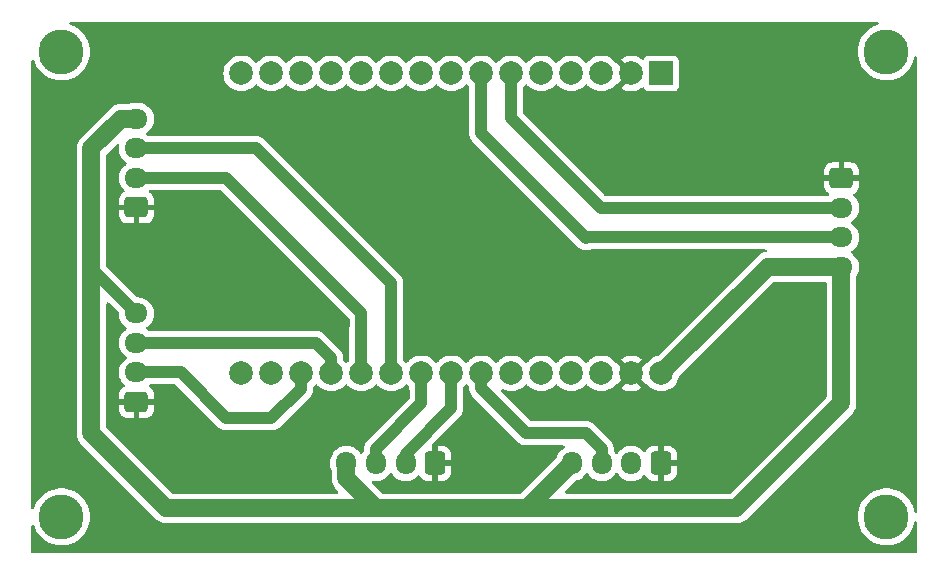
<source format=gbl>
%TF.GenerationSoftware,KiCad,Pcbnew,8.0.6*%
%TF.CreationDate,2025-01-09T18:28:26-05:00*%
%TF.ProjectId,ESP32_ENCODERS,45535033-325f-4454-9e43-4f444552532e,rev?*%
%TF.SameCoordinates,Original*%
%TF.FileFunction,Copper,L2,Bot*%
%TF.FilePolarity,Positive*%
%FSLAX46Y46*%
G04 Gerber Fmt 4.6, Leading zero omitted, Abs format (unit mm)*
G04 Created by KiCad (PCBNEW 8.0.6) date 2025-01-09 18:28:26*
%MOMM*%
%LPD*%
G01*
G04 APERTURE LIST*
G04 Aperture macros list*
%AMRoundRect*
0 Rectangle with rounded corners*
0 $1 Rounding radius*
0 $2 $3 $4 $5 $6 $7 $8 $9 X,Y pos of 4 corners*
0 Add a 4 corners polygon primitive as box body*
4,1,4,$2,$3,$4,$5,$6,$7,$8,$9,$2,$3,0*
0 Add four circle primitives for the rounded corners*
1,1,$1+$1,$2,$3*
1,1,$1+$1,$4,$5*
1,1,$1+$1,$6,$7*
1,1,$1+$1,$8,$9*
0 Add four rect primitives between the rounded corners*
20,1,$1+$1,$2,$3,$4,$5,0*
20,1,$1+$1,$4,$5,$6,$7,0*
20,1,$1+$1,$6,$7,$8,$9,0*
20,1,$1+$1,$8,$9,$2,$3,0*%
G04 Aperture macros list end*
%TA.AperFunction,ComponentPad*%
%ADD10C,3.800000*%
%TD*%
%TA.AperFunction,ComponentPad*%
%ADD11O,1.700000X1.950000*%
%TD*%
%TA.AperFunction,ComponentPad*%
%ADD12RoundRect,0.250000X0.600000X0.725000X-0.600000X0.725000X-0.600000X-0.725000X0.600000X-0.725000X0*%
%TD*%
%TA.AperFunction,ComponentPad*%
%ADD13O,1.950000X1.700000*%
%TD*%
%TA.AperFunction,ComponentPad*%
%ADD14RoundRect,0.250000X0.725000X-0.600000X0.725000X0.600000X-0.725000X0.600000X-0.725000X-0.600000X0*%
%TD*%
%TA.AperFunction,ComponentPad*%
%ADD15RoundRect,0.250000X-0.725000X0.600000X-0.725000X-0.600000X0.725000X-0.600000X0.725000X0.600000X0*%
%TD*%
%TA.AperFunction,ComponentPad*%
%ADD16C,2.000000*%
%TD*%
%TA.AperFunction,ComponentPad*%
%ADD17R,2.000000X2.000000*%
%TD*%
%TA.AperFunction,Conductor*%
%ADD18C,1.000000*%
%TD*%
%TA.AperFunction,Conductor*%
%ADD19C,1.500000*%
%TD*%
G04 APERTURE END LIST*
D10*
%TO.P,H4,1*%
%TO.N,N/C*%
X129540000Y-90890000D03*
%TD*%
D11*
%TO.P,ENCODER4,4,Pin_4*%
%TO.N,+5V*%
X102930000Y-86360000D03*
%TO.P,ENCODER4,3,Pin_3*%
%TO.N,/ENCODER_D1*%
X105430000Y-86360000D03*
%TO.P,ENCODER4,2,Pin_2*%
%TO.N,/ENCODER_D2*%
X107930000Y-86360000D03*
D12*
%TO.P,ENCODER4,1,Pin_1*%
%TO.N,GND*%
X110430000Y-86360000D03*
%TD*%
D11*
%TO.P,ENCODER3,4,Pin_4*%
%TO.N,+5V*%
X83820000Y-86360000D03*
%TO.P,ENCODER3,3,Pin_3*%
%TO.N,/ENCODER_C1*%
X86320000Y-86360000D03*
%TO.P,ENCODER3,2,Pin_2*%
%TO.N,/ENCODER_C2*%
X88820000Y-86360000D03*
D12*
%TO.P,ENCODER3,1,Pin_1*%
%TO.N,GND*%
X91320000Y-86360000D03*
%TD*%
D13*
%TO.P,ENCODER2,4,Pin_4*%
%TO.N,+5V*%
X66040000Y-57190000D03*
%TO.P,ENCODER2,3,Pin_3*%
%TO.N,/ENCODER_B2*%
X66040000Y-59690000D03*
%TO.P,ENCODER2,2,Pin_2*%
%TO.N,/ENCODER_B1*%
X66040000Y-62190000D03*
D14*
%TO.P,ENCODER2,1,Pin_1*%
%TO.N,GND*%
X66040000Y-64690000D03*
%TD*%
%TO.P,ENCODER1,1,Pin_1*%
%TO.N,GND*%
X66040000Y-81160000D03*
D13*
%TO.P,ENCODER1,2,Pin_2*%
%TO.N,/ENCODER_A1*%
X66040000Y-78660000D03*
%TO.P,ENCODER1,3,Pin_3*%
%TO.N,/ENCODER_A2*%
X66040000Y-76160000D03*
%TO.P,ENCODER1,4,Pin_4*%
%TO.N,+5V*%
X66040000Y-73660000D03*
%TD*%
D15*
%TO.P,SerialCOM1,1,Pin_1*%
%TO.N,GND*%
X125730000Y-62230000D03*
D13*
%TO.P,SerialCOM1,2,Pin_2*%
%TO.N,/RX_COM*%
X125730000Y-64730000D03*
%TO.P,SerialCOM1,3,Pin_3*%
%TO.N,/TX_COM*%
X125730000Y-67230000D03*
%TO.P,SerialCOM1,4,Pin_4*%
%TO.N,+5V*%
X125730000Y-69730000D03*
%TD*%
D16*
%TO.P,U1,30,IO23_MOSI*%
%TO.N,unconnected-(U1-IO23_MOSI-Pad30)*%
X74920000Y-53340000D03*
%TO.P,U1,29,IO22_I2C_SCL*%
%TO.N,unconnected-(U1-IO22_I2C_SCL-Pad29)*%
X77460000Y-53340000D03*
%TO.P,U1,28,TXD0/IO1*%
%TO.N,unconnected-(U1-TXD0{slash}IO1-Pad28)*%
X80000000Y-53340000D03*
%TO.P,U1,27,RXD0/IO3*%
%TO.N,unconnected-(U1-RXD0{slash}IO3-Pad27)*%
X82540000Y-53340000D03*
%TO.P,U1,26,IO21_I2C_SDA*%
%TO.N,unconnected-(U1-IO21_I2C_SDA-Pad26)*%
X85080000Y-53340000D03*
%TO.P,U1,25,IO19_MISO*%
%TO.N,unconnected-(U1-IO19_MISO-Pad25)*%
X87620000Y-53340000D03*
%TO.P,U1,24,IO18_SCK*%
%TO.N,unconnected-(U1-IO18_SCK-Pad24)*%
X90160000Y-53340000D03*
%TO.P,U1,23,IO5_CSO*%
%TO.N,unconnected-(U1-IO5_CSO-Pad23)*%
X92700000Y-53340000D03*
%TO.P,U1,22,IO17_TX2*%
%TO.N,/TX_COM*%
X95240000Y-53340000D03*
%TO.P,U1,21,IO16_RX2*%
%TO.N,/RX_COM*%
X97780000Y-53340000D03*
%TO.P,U1,20,IO4_AD10_TH0*%
%TO.N,unconnected-(U1-IO4_AD10_TH0-Pad20)*%
X100320000Y-53340000D03*
%TO.P,U1,19,IO2_AD12_TH2*%
%TO.N,unconnected-(U1-IO2_AD12_TH2-Pad19)*%
X102860000Y-53340000D03*
%TO.P,U1,18,IO15_AD13_TH3*%
%TO.N,unconnected-(U1-IO15_AD13_TH3-Pad18)*%
X105400000Y-53340000D03*
%TO.P,U1,17,GND*%
%TO.N,GND*%
X107940000Y-53340000D03*
D17*
%TO.P,U1,16,3V3*%
%TO.N,+3V3*%
X110480000Y-53340000D03*
D16*
%TO.P,U1,15,VIN*%
%TO.N,+5V*%
X110480000Y-78740000D03*
%TO.P,U1,14,GND*%
%TO.N,GND*%
X107940000Y-78740000D03*
%TO.P,U1,13,IO13_AD14_TH4*%
%TO.N,unconnected-(U1-IO13_AD14_TH4-Pad13)*%
X105400000Y-78740000D03*
%TO.P,U1,12,IO12_AD15_TH5*%
%TO.N,unconnected-(U1-IO12_AD15_TH5-Pad12)*%
X102860000Y-78740000D03*
%TO.P,U1,11,IO14_AD16_TH6*%
%TO.N,unconnected-(U1-IO14_AD16_TH6-Pad11)*%
X100320000Y-78740000D03*
%TO.P,U1,10,IO27_AD17_TH7*%
%TO.N,/ENCODER_D2*%
X97780000Y-78740000D03*
%TO.P,U1,9,IO26_AD19_DAC2*%
%TO.N,/ENCODER_D1*%
X95240000Y-78740000D03*
%TO.P,U1,8,IO25_AD18_DAC1*%
%TO.N,/ENCODER_C2*%
X92700000Y-78740000D03*
%TO.P,U1,7,IO33_AD5_TH8*%
%TO.N,/ENCODER_C1*%
X90160000Y-78740000D03*
%TO.P,U1,6,IO32_AD4_TH9*%
%TO.N,/ENCODER_B2*%
X87620000Y-78740000D03*
%TO.P,U1,5,I35_AD7*%
%TO.N,/ENCODER_B1*%
X85080000Y-78740000D03*
%TO.P,U1,4,I34_AD6*%
%TO.N,/ENCODER_A2*%
X82540000Y-78740000D03*
%TO.P,U1,3,I39_S_VN_AD3*%
%TO.N,/ENCODER_A1*%
X80000000Y-78740000D03*
%TO.P,U1,2,I36_S_VP_AD0*%
%TO.N,unconnected-(U1-I36_S_VP_AD0-Pad2)*%
X77460000Y-78740000D03*
%TO.P,U1,1,EN*%
%TO.N,unconnected-(U1-EN-Pad1)*%
X74920000Y-78740000D03*
%TD*%
D10*
%TO.P,H1,1*%
%TO.N,N/C*%
X59690000Y-51520000D03*
%TD*%
%TO.P,H2,1*%
%TO.N,N/C*%
X129540000Y-51520000D03*
%TD*%
%TO.P,H3,1*%
%TO.N,N/C*%
X59690000Y-90890000D03*
%TD*%
D18*
%TO.N,/ENCODER_D1*%
X104140000Y-83820000D02*
X105430000Y-85110000D01*
X105430000Y-85110000D02*
X105430000Y-86360000D01*
X99060000Y-83820000D02*
X104140000Y-83820000D01*
X95240000Y-78740000D02*
X95240000Y-80000000D01*
X95240000Y-80000000D02*
X99060000Y-83820000D01*
D19*
%TO.N,+5V*%
X99120000Y-90170000D02*
X104140000Y-90170000D01*
X102930000Y-86360000D02*
X99120000Y-90170000D01*
D18*
X66040000Y-73660000D02*
X62230000Y-69850000D01*
D19*
X62230000Y-69850000D02*
X62230000Y-59690000D01*
X62230000Y-83820000D02*
X62230000Y-69850000D01*
X116840000Y-90170000D02*
X104140000Y-90170000D01*
X125730000Y-81280000D02*
X116840000Y-90170000D01*
X125730000Y-69730000D02*
X125730000Y-81280000D01*
D18*
%TO.N,/TX_COM*%
X104220000Y-67230000D02*
X125730000Y-67230000D01*
X104140000Y-67310000D02*
X104220000Y-67230000D01*
X95240000Y-58410000D02*
X104140000Y-67310000D01*
X95240000Y-53340000D02*
X95240000Y-58410000D01*
%TO.N,/RX_COM*%
X97780000Y-57140000D02*
X97780000Y-53340000D01*
X105370000Y-64730000D02*
X97780000Y-57140000D01*
X125730000Y-64730000D02*
X105370000Y-64730000D01*
D19*
%TO.N,+5V*%
X64730000Y-57190000D02*
X66040000Y-57190000D01*
X62230000Y-59690000D02*
X64730000Y-57190000D01*
X68580000Y-90170000D02*
X62230000Y-83820000D01*
X86360000Y-90170000D02*
X68580000Y-90170000D01*
X119490000Y-69730000D02*
X125730000Y-69730000D01*
X110480000Y-78740000D02*
X119490000Y-69730000D01*
D18*
%TO.N,/ENCODER_A1*%
X80000000Y-80020000D02*
X80000000Y-78740000D01*
X77470000Y-82550000D02*
X80000000Y-80020000D01*
X69770000Y-78660000D02*
X73660000Y-82550000D01*
X66040000Y-78660000D02*
X69770000Y-78660000D01*
X73660000Y-82550000D02*
X77470000Y-82550000D01*
%TO.N,/ENCODER_A2*%
X82540000Y-77480000D02*
X82540000Y-78740000D01*
X82550000Y-77470000D02*
X82540000Y-77480000D01*
X66040000Y-76160000D02*
X81240000Y-76160000D01*
X81240000Y-76160000D02*
X82550000Y-77470000D01*
%TO.N,/ENCODER_B1*%
X85080000Y-74940000D02*
X85080000Y-78740000D01*
X85090000Y-74930000D02*
X85080000Y-74940000D01*
X85090000Y-73660000D02*
X85090000Y-74930000D01*
X73620000Y-62190000D02*
X85090000Y-73660000D01*
X66040000Y-62190000D02*
X73620000Y-62190000D01*
%TO.N,/ENCODER_B2*%
X87630000Y-72390000D02*
X87620000Y-72400000D01*
X87630000Y-71120000D02*
X87630000Y-72390000D01*
X76200000Y-59690000D02*
X87630000Y-71120000D01*
X66040000Y-59690000D02*
X76200000Y-59690000D01*
X87620000Y-72400000D02*
X87620000Y-78740000D01*
%TO.N,/ENCODER_C2*%
X88820000Y-85537500D02*
X92700000Y-81657500D01*
X88820000Y-86360000D02*
X88820000Y-85537500D01*
X92700000Y-81657500D02*
X92700000Y-78740000D01*
%TO.N,/ENCODER_C1*%
X90170000Y-80010000D02*
X90160000Y-80000000D01*
X90170000Y-81280000D02*
X90170000Y-80010000D01*
X90160000Y-80000000D02*
X90160000Y-78740000D01*
X86320000Y-85130000D02*
X90170000Y-81280000D01*
X86320000Y-86360000D02*
X86320000Y-85130000D01*
D19*
%TO.N,+5V*%
X83820000Y-86360000D02*
X83820000Y-87630000D01*
X88900000Y-90170000D02*
X86360000Y-90170000D01*
X83820000Y-87630000D02*
X86360000Y-90170000D01*
X104140000Y-90170000D02*
X88900000Y-90170000D01*
%TD*%
%TA.AperFunction,Conductor*%
%TO.N,GND*%
G36*
X63693703Y-72740383D02*
G01*
X63700181Y-72746415D01*
X64520181Y-73566415D01*
X64553666Y-73627738D01*
X64556500Y-73654096D01*
X64556500Y-73766915D01*
X64589951Y-73978117D01*
X64656026Y-74181480D01*
X64656027Y-74181483D01*
X64753106Y-74372009D01*
X64878794Y-74545004D01*
X65029996Y-74696206D01*
X65132344Y-74770566D01*
X65186182Y-74809682D01*
X65228847Y-74865012D01*
X65234826Y-74934626D01*
X65202220Y-74996421D01*
X65186182Y-75010318D01*
X65117297Y-75060365D01*
X65029996Y-75123794D01*
X65029994Y-75123796D01*
X65029993Y-75123796D01*
X64878796Y-75274993D01*
X64753106Y-75447990D01*
X64656027Y-75638516D01*
X64656026Y-75638519D01*
X64589951Y-75841882D01*
X64556500Y-76053084D01*
X64556500Y-76266915D01*
X64589951Y-76478117D01*
X64656026Y-76681480D01*
X64656027Y-76681483D01*
X64730231Y-76827115D01*
X64753106Y-76872009D01*
X64878794Y-77045004D01*
X65029996Y-77196206D01*
X65118902Y-77260800D01*
X65186182Y-77309682D01*
X65228847Y-77365012D01*
X65234826Y-77434626D01*
X65202220Y-77496421D01*
X65186182Y-77510318D01*
X65177825Y-77516390D01*
X65029996Y-77623794D01*
X65029994Y-77623796D01*
X65029993Y-77623796D01*
X64878796Y-77774993D01*
X64753106Y-77947990D01*
X64656027Y-78138516D01*
X64656026Y-78138519D01*
X64589951Y-78341882D01*
X64556500Y-78553084D01*
X64556500Y-78766915D01*
X64589951Y-78978117D01*
X64656026Y-79181480D01*
X64656027Y-79181483D01*
X64690939Y-79250000D01*
X64753106Y-79372009D01*
X64878794Y-79545004D01*
X64878796Y-79545006D01*
X65017070Y-79683280D01*
X65050555Y-79744603D01*
X65045571Y-79814295D01*
X65003699Y-79870228D01*
X64994486Y-79876499D01*
X64846659Y-79967680D01*
X64846655Y-79967683D01*
X64722684Y-80091654D01*
X64630643Y-80240875D01*
X64630641Y-80240880D01*
X64575494Y-80407302D01*
X64575493Y-80407309D01*
X64565000Y-80510013D01*
X64565000Y-80910000D01*
X65635854Y-80910000D01*
X65597370Y-80976657D01*
X65565000Y-81097465D01*
X65565000Y-81222535D01*
X65597370Y-81343343D01*
X65635854Y-81410000D01*
X64565001Y-81410000D01*
X64565001Y-81809986D01*
X64575494Y-81912697D01*
X64630641Y-82079119D01*
X64630643Y-82079124D01*
X64722684Y-82228345D01*
X64846654Y-82352315D01*
X64995875Y-82444356D01*
X64995880Y-82444358D01*
X65162302Y-82499505D01*
X65162309Y-82499506D01*
X65265019Y-82509999D01*
X65789999Y-82509999D01*
X65790000Y-82509998D01*
X65790000Y-81564145D01*
X65856657Y-81602630D01*
X65977465Y-81635000D01*
X66102535Y-81635000D01*
X66223343Y-81602630D01*
X66290000Y-81564145D01*
X66290000Y-82509999D01*
X66814972Y-82509999D01*
X66814986Y-82509998D01*
X66917697Y-82499505D01*
X67084119Y-82444358D01*
X67084124Y-82444356D01*
X67233345Y-82352315D01*
X67357315Y-82228345D01*
X67449356Y-82079124D01*
X67449358Y-82079119D01*
X67504505Y-81912697D01*
X67504506Y-81912690D01*
X67514999Y-81809986D01*
X67515000Y-81809973D01*
X67515000Y-81410000D01*
X66444146Y-81410000D01*
X66482630Y-81343343D01*
X66515000Y-81222535D01*
X66515000Y-81097465D01*
X66482630Y-80976657D01*
X66444146Y-80910000D01*
X67514999Y-80910000D01*
X67514999Y-80510028D01*
X67514998Y-80510013D01*
X67504505Y-80407302D01*
X67449358Y-80240880D01*
X67449356Y-80240875D01*
X67357315Y-80091654D01*
X67233345Y-79967684D01*
X67120432Y-79898039D01*
X67073708Y-79846091D01*
X67062485Y-79777128D01*
X67090329Y-79713046D01*
X67148397Y-79674190D01*
X67185529Y-79668500D01*
X69300904Y-79668500D01*
X69367943Y-79688185D01*
X69388585Y-79704819D01*
X73017115Y-83333351D01*
X73017123Y-83333357D01*
X73182286Y-83443715D01*
X73182289Y-83443716D01*
X73182297Y-83443722D01*
X73289809Y-83488254D01*
X73365831Y-83519744D01*
X73560666Y-83558499D01*
X73560670Y-83558500D01*
X73560671Y-83558500D01*
X77569330Y-83558500D01*
X77569331Y-83558499D01*
X77764169Y-83519744D01*
X77947704Y-83443721D01*
X78112881Y-83333353D01*
X78253353Y-83192881D01*
X80783353Y-80662881D01*
X80893721Y-80497704D01*
X80969744Y-80314169D01*
X81008500Y-80119329D01*
X81008500Y-79920672D01*
X81008500Y-79919633D01*
X81028185Y-79852594D01*
X81051971Y-79825341D01*
X81069959Y-79809978D01*
X81069962Y-79809975D01*
X81069969Y-79809969D01*
X81175711Y-79686160D01*
X81234216Y-79647968D01*
X81304084Y-79647469D01*
X81363131Y-79684823D01*
X81364200Y-79686057D01*
X81441982Y-79777128D01*
X81470031Y-79809969D01*
X81650586Y-79964178D01*
X81650588Y-79964178D01*
X81709133Y-80000055D01*
X81853037Y-80088240D01*
X81853040Y-80088242D01*
X82072403Y-80179104D01*
X82072404Y-80179104D01*
X82072406Y-80179105D01*
X82303289Y-80234535D01*
X82540000Y-80253165D01*
X82776711Y-80234535D01*
X83007594Y-80179105D01*
X83007596Y-80179104D01*
X83007597Y-80179104D01*
X83226959Y-80088242D01*
X83226960Y-80088241D01*
X83226963Y-80088240D01*
X83429416Y-79964176D01*
X83609969Y-79809969D01*
X83715711Y-79686160D01*
X83774216Y-79647968D01*
X83844084Y-79647469D01*
X83903131Y-79684823D01*
X83904200Y-79686057D01*
X83981982Y-79777128D01*
X84010031Y-79809969D01*
X84190586Y-79964178D01*
X84190588Y-79964178D01*
X84249133Y-80000055D01*
X84393037Y-80088240D01*
X84393040Y-80088242D01*
X84612403Y-80179104D01*
X84612404Y-80179104D01*
X84612406Y-80179105D01*
X84843289Y-80234535D01*
X85080000Y-80253165D01*
X85316711Y-80234535D01*
X85547594Y-80179105D01*
X85547596Y-80179104D01*
X85547597Y-80179104D01*
X85766959Y-80088242D01*
X85766960Y-80088241D01*
X85766963Y-80088240D01*
X85969416Y-79964176D01*
X86149969Y-79809969D01*
X86255711Y-79686160D01*
X86314216Y-79647968D01*
X86384084Y-79647469D01*
X86443131Y-79684823D01*
X86444200Y-79686057D01*
X86521982Y-79777128D01*
X86550031Y-79809969D01*
X86730586Y-79964178D01*
X86730588Y-79964178D01*
X86789133Y-80000055D01*
X86933037Y-80088240D01*
X86933040Y-80088242D01*
X87152403Y-80179104D01*
X87152404Y-80179104D01*
X87152406Y-80179105D01*
X87383289Y-80234535D01*
X87620000Y-80253165D01*
X87856711Y-80234535D01*
X88087594Y-80179105D01*
X88087596Y-80179104D01*
X88087597Y-80179104D01*
X88306959Y-80088242D01*
X88306960Y-80088241D01*
X88306963Y-80088240D01*
X88509416Y-79964176D01*
X88689969Y-79809969D01*
X88795711Y-79686160D01*
X88854216Y-79647968D01*
X88924084Y-79647469D01*
X88983131Y-79684823D01*
X88984200Y-79686057D01*
X89090031Y-79809969D01*
X89090035Y-79809972D01*
X89090040Y-79809978D01*
X89108029Y-79825341D01*
X89146224Y-79883847D01*
X89151500Y-79919633D01*
X89151500Y-80099330D01*
X89154087Y-80112335D01*
X89155478Y-80119330D01*
X89159117Y-80137620D01*
X89161500Y-80161813D01*
X89161500Y-80810904D01*
X89141815Y-80877943D01*
X89125181Y-80898585D01*
X85677119Y-84346647D01*
X85606882Y-84416884D01*
X85536645Y-84487120D01*
X85426282Y-84652289D01*
X85426277Y-84652298D01*
X85350256Y-84835830D01*
X85350254Y-84835838D01*
X85311500Y-85030666D01*
X85311500Y-85271810D01*
X85291815Y-85338849D01*
X85286531Y-85345962D01*
X85286658Y-85346055D01*
X85283796Y-85349993D01*
X85283794Y-85349996D01*
X85220660Y-85436893D01*
X85170318Y-85506182D01*
X85114988Y-85548847D01*
X85045374Y-85554826D01*
X84983579Y-85522220D01*
X84969682Y-85506182D01*
X84944930Y-85472115D01*
X84856206Y-85349996D01*
X84705004Y-85198794D01*
X84532009Y-85073106D01*
X84341483Y-84976027D01*
X84341480Y-84976026D01*
X84138117Y-84909951D01*
X84032516Y-84893225D01*
X83926916Y-84876500D01*
X83713084Y-84876500D01*
X83659411Y-84885001D01*
X83501882Y-84909951D01*
X83298519Y-84976026D01*
X83298516Y-84976027D01*
X83107990Y-85073106D01*
X82934993Y-85198796D01*
X82783796Y-85349993D01*
X82658106Y-85522990D01*
X82561027Y-85713516D01*
X82561026Y-85713519D01*
X82494951Y-85916882D01*
X82461500Y-86128084D01*
X82461500Y-86591915D01*
X82494951Y-86803117D01*
X82555431Y-86989256D01*
X82561500Y-87027574D01*
X82561500Y-87729051D01*
X82592487Y-87924700D01*
X82653703Y-88113101D01*
X82743634Y-88289598D01*
X82860070Y-88449858D01*
X82860072Y-88449860D01*
X83110031Y-88699819D01*
X83143516Y-88761142D01*
X83138532Y-88830834D01*
X83096660Y-88886767D01*
X83031196Y-88911184D01*
X83022350Y-88911500D01*
X69152650Y-88911500D01*
X69085611Y-88891815D01*
X69064969Y-88875181D01*
X63524819Y-83335031D01*
X63491334Y-83273708D01*
X63488500Y-83247350D01*
X63488500Y-72834096D01*
X63508185Y-72767057D01*
X63560989Y-72721302D01*
X63630147Y-72711358D01*
X63693703Y-72740383D01*
G37*
%TD.AperFunction*%
%TA.AperFunction,Conductor*%
G36*
X94063131Y-79684823D02*
G01*
X94064200Y-79686057D01*
X94170031Y-79809969D01*
X94170035Y-79809972D01*
X94170040Y-79809978D01*
X94188029Y-79825341D01*
X94226224Y-79883847D01*
X94231500Y-79919633D01*
X94231500Y-80099333D01*
X94270254Y-80294161D01*
X94270256Y-80294169D01*
X94339005Y-80460142D01*
X94339006Y-80460146D01*
X94346275Y-80477696D01*
X94346279Y-80477704D01*
X94456646Y-80642880D01*
X94456649Y-80642884D01*
X98417115Y-84603351D01*
X98417119Y-84603354D01*
X98582289Y-84713718D01*
X98582291Y-84713719D01*
X98582296Y-84713722D01*
X98712075Y-84767477D01*
X98765831Y-84789744D01*
X98897015Y-84815838D01*
X98960666Y-84828499D01*
X98960670Y-84828500D01*
X98960671Y-84828500D01*
X99159329Y-84828500D01*
X102181560Y-84828500D01*
X102248599Y-84848185D01*
X102294354Y-84900989D01*
X102304298Y-84970147D01*
X102275273Y-85033703D01*
X102237855Y-85062985D01*
X102217990Y-85073106D01*
X102044993Y-85198796D01*
X101893796Y-85349993D01*
X101768106Y-85522990D01*
X101671027Y-85713516D01*
X101671026Y-85713519D01*
X101619744Y-85871354D01*
X101589493Y-85920717D01*
X100104699Y-87405513D01*
X98635031Y-88875181D01*
X98573708Y-88908666D01*
X98547350Y-88911500D01*
X86932650Y-88911500D01*
X86865611Y-88891815D01*
X86844969Y-88875181D01*
X86007904Y-88038116D01*
X85974419Y-87976793D01*
X85979403Y-87907101D01*
X86021275Y-87851168D01*
X86086739Y-87826751D01*
X86114980Y-87827961D01*
X86213084Y-87843500D01*
X86213085Y-87843500D01*
X86426915Y-87843500D01*
X86426916Y-87843500D01*
X86638116Y-87810049D01*
X86841483Y-87743972D01*
X87032009Y-87646894D01*
X87205004Y-87521206D01*
X87356206Y-87370004D01*
X87433076Y-87264200D01*
X87469682Y-87213818D01*
X87525012Y-87171152D01*
X87594625Y-87165173D01*
X87656420Y-87197779D01*
X87670318Y-87213818D01*
X87768856Y-87349444D01*
X87783794Y-87370004D01*
X87934996Y-87521206D01*
X88107991Y-87646894D01*
X88201438Y-87694507D01*
X88298516Y-87743972D01*
X88298519Y-87743973D01*
X88376642Y-87769356D01*
X88501884Y-87810049D01*
X88713084Y-87843500D01*
X88713085Y-87843500D01*
X88926915Y-87843500D01*
X88926916Y-87843500D01*
X89138116Y-87810049D01*
X89341483Y-87743972D01*
X89532009Y-87646894D01*
X89705004Y-87521206D01*
X89843283Y-87382926D01*
X89904602Y-87349444D01*
X89974294Y-87354428D01*
X90030228Y-87396299D01*
X90036499Y-87405513D01*
X90127680Y-87553340D01*
X90127683Y-87553344D01*
X90251654Y-87677315D01*
X90400875Y-87769356D01*
X90400880Y-87769358D01*
X90567302Y-87824505D01*
X90567309Y-87824506D01*
X90670019Y-87834999D01*
X91069999Y-87834999D01*
X91070000Y-87834998D01*
X91070000Y-86764145D01*
X91136657Y-86802630D01*
X91257465Y-86835000D01*
X91382535Y-86835000D01*
X91503343Y-86802630D01*
X91570000Y-86764145D01*
X91570000Y-87834999D01*
X91969972Y-87834999D01*
X91969986Y-87834998D01*
X92072697Y-87824505D01*
X92239119Y-87769358D01*
X92239124Y-87769356D01*
X92388345Y-87677315D01*
X92512315Y-87553345D01*
X92604356Y-87404124D01*
X92604358Y-87404119D01*
X92659505Y-87237697D01*
X92659506Y-87237690D01*
X92669999Y-87134986D01*
X92670000Y-87134973D01*
X92670000Y-86610000D01*
X91724146Y-86610000D01*
X91762630Y-86543343D01*
X91795000Y-86422535D01*
X91795000Y-86297465D01*
X91762630Y-86176657D01*
X91724146Y-86110000D01*
X92669999Y-86110000D01*
X92669999Y-85585028D01*
X92669998Y-85585013D01*
X92659505Y-85482302D01*
X92604358Y-85315880D01*
X92604356Y-85315875D01*
X92512315Y-85166654D01*
X92388345Y-85042684D01*
X92239124Y-84950643D01*
X92239119Y-84950641D01*
X92072697Y-84895494D01*
X92072690Y-84895493D01*
X91969986Y-84885000D01*
X91570000Y-84885000D01*
X91570000Y-85955854D01*
X91503343Y-85917370D01*
X91382535Y-85885000D01*
X91257465Y-85885000D01*
X91136657Y-85917370D01*
X91070000Y-85955854D01*
X91070000Y-84883298D01*
X91038562Y-84825724D01*
X91043546Y-84756032D01*
X91072044Y-84711689D01*
X93483354Y-82300381D01*
X93593722Y-82135203D01*
X93669744Y-81951668D01*
X93678606Y-81907119D01*
X93708500Y-81756829D01*
X93708500Y-79919633D01*
X93728185Y-79852594D01*
X93751971Y-79825341D01*
X93769959Y-79809978D01*
X93769962Y-79809975D01*
X93769969Y-79809969D01*
X93875711Y-79686160D01*
X93934216Y-79647968D01*
X94004084Y-79647469D01*
X94063131Y-79684823D01*
G37*
%TD.AperFunction*%
%TA.AperFunction,Conductor*%
G36*
X124414539Y-71008185D02*
G01*
X124460294Y-71060989D01*
X124471500Y-71112500D01*
X124471500Y-80707350D01*
X124451815Y-80774389D01*
X124435181Y-80795031D01*
X116355031Y-88875181D01*
X116293708Y-88908666D01*
X116267350Y-88911500D01*
X102457650Y-88911500D01*
X102390611Y-88891815D01*
X102344856Y-88839011D01*
X102334912Y-88769853D01*
X102363937Y-88706297D01*
X102369969Y-88699819D01*
X102588288Y-88481500D01*
X103244284Y-87825502D01*
X103293641Y-87795256D01*
X103451483Y-87743972D01*
X103642009Y-87646894D01*
X103815004Y-87521206D01*
X103966206Y-87370004D01*
X104043076Y-87264200D01*
X104079682Y-87213818D01*
X104135012Y-87171152D01*
X104204625Y-87165173D01*
X104266420Y-87197779D01*
X104280318Y-87213818D01*
X104378856Y-87349444D01*
X104393794Y-87370004D01*
X104544996Y-87521206D01*
X104717991Y-87646894D01*
X104811438Y-87694507D01*
X104908516Y-87743972D01*
X104908519Y-87743973D01*
X104986642Y-87769356D01*
X105111884Y-87810049D01*
X105323084Y-87843500D01*
X105323085Y-87843500D01*
X105536915Y-87843500D01*
X105536916Y-87843500D01*
X105748116Y-87810049D01*
X105951483Y-87743972D01*
X106142009Y-87646894D01*
X106315004Y-87521206D01*
X106466206Y-87370004D01*
X106543076Y-87264200D01*
X106579682Y-87213818D01*
X106635012Y-87171152D01*
X106704625Y-87165173D01*
X106766420Y-87197779D01*
X106780318Y-87213818D01*
X106878856Y-87349444D01*
X106893794Y-87370004D01*
X107044996Y-87521206D01*
X107217991Y-87646894D01*
X107311438Y-87694507D01*
X107408516Y-87743972D01*
X107408519Y-87743973D01*
X107486642Y-87769356D01*
X107611884Y-87810049D01*
X107823084Y-87843500D01*
X107823085Y-87843500D01*
X108036915Y-87843500D01*
X108036916Y-87843500D01*
X108248116Y-87810049D01*
X108451483Y-87743972D01*
X108642009Y-87646894D01*
X108815004Y-87521206D01*
X108953283Y-87382926D01*
X109014602Y-87349444D01*
X109084294Y-87354428D01*
X109140228Y-87396299D01*
X109146499Y-87405513D01*
X109237680Y-87553340D01*
X109237683Y-87553344D01*
X109361654Y-87677315D01*
X109510875Y-87769356D01*
X109510880Y-87769358D01*
X109677302Y-87824505D01*
X109677309Y-87824506D01*
X109780019Y-87834999D01*
X110179999Y-87834999D01*
X110180000Y-87834998D01*
X110180000Y-86764145D01*
X110246657Y-86802630D01*
X110367465Y-86835000D01*
X110492535Y-86835000D01*
X110613343Y-86802630D01*
X110680000Y-86764145D01*
X110680000Y-87834999D01*
X111079972Y-87834999D01*
X111079986Y-87834998D01*
X111182697Y-87824505D01*
X111349119Y-87769358D01*
X111349124Y-87769356D01*
X111498345Y-87677315D01*
X111622315Y-87553345D01*
X111714356Y-87404124D01*
X111714358Y-87404119D01*
X111769505Y-87237697D01*
X111769506Y-87237690D01*
X111779999Y-87134986D01*
X111780000Y-87134973D01*
X111780000Y-86610000D01*
X110834146Y-86610000D01*
X110872630Y-86543343D01*
X110905000Y-86422535D01*
X110905000Y-86297465D01*
X110872630Y-86176657D01*
X110834146Y-86110000D01*
X111779999Y-86110000D01*
X111779999Y-85585028D01*
X111779998Y-85585013D01*
X111769505Y-85482302D01*
X111714358Y-85315880D01*
X111714356Y-85315875D01*
X111622315Y-85166654D01*
X111498345Y-85042684D01*
X111349124Y-84950643D01*
X111349119Y-84950641D01*
X111182697Y-84895494D01*
X111182690Y-84895493D01*
X111079986Y-84885000D01*
X110680000Y-84885000D01*
X110680000Y-85955854D01*
X110613343Y-85917370D01*
X110492535Y-85885000D01*
X110367465Y-85885000D01*
X110246657Y-85917370D01*
X110180000Y-85955854D01*
X110180000Y-84885000D01*
X109780028Y-84885000D01*
X109780012Y-84885001D01*
X109677302Y-84895494D01*
X109510880Y-84950641D01*
X109510875Y-84950643D01*
X109361654Y-85042684D01*
X109237683Y-85166655D01*
X109237680Y-85166659D01*
X109146499Y-85314486D01*
X109094551Y-85361211D01*
X109025589Y-85372432D01*
X108961507Y-85344589D01*
X108953280Y-85337070D01*
X108815006Y-85198796D01*
X108815004Y-85198794D01*
X108642009Y-85073106D01*
X108451483Y-84976027D01*
X108451480Y-84976026D01*
X108248117Y-84909951D01*
X108142516Y-84893225D01*
X108036916Y-84876500D01*
X107823084Y-84876500D01*
X107769411Y-84885001D01*
X107611882Y-84909951D01*
X107408519Y-84976026D01*
X107408516Y-84976027D01*
X107217990Y-85073106D01*
X107044993Y-85198796D01*
X106893796Y-85349993D01*
X106893796Y-85349994D01*
X106893794Y-85349996D01*
X106830660Y-85436893D01*
X106780318Y-85506182D01*
X106724988Y-85548847D01*
X106655374Y-85554826D01*
X106593579Y-85522220D01*
X106579682Y-85506182D01*
X106529340Y-85436893D01*
X106466206Y-85349996D01*
X106466203Y-85349993D01*
X106463342Y-85346055D01*
X106464882Y-85344935D01*
X106439634Y-85288544D01*
X106438500Y-85271810D01*
X106438500Y-85010670D01*
X106438499Y-85010666D01*
X106426559Y-84950641D01*
X106399744Y-84815831D01*
X106323721Y-84632296D01*
X106323720Y-84632295D01*
X106323717Y-84632289D01*
X106213354Y-84467120D01*
X106213353Y-84467119D01*
X106072881Y-84326647D01*
X105665280Y-83919046D01*
X104782884Y-83036649D01*
X104782880Y-83036646D01*
X104617710Y-82926282D01*
X104617701Y-82926277D01*
X104434169Y-82850256D01*
X104434161Y-82850254D01*
X104239333Y-82811500D01*
X104239329Y-82811500D01*
X99529097Y-82811500D01*
X99462058Y-82791815D01*
X99441416Y-82775181D01*
X98204901Y-81538666D01*
X96955876Y-80289642D01*
X96922392Y-80228320D01*
X96927376Y-80158628D01*
X96969248Y-80102695D01*
X97034712Y-80078278D01*
X97091010Y-80087401D01*
X97312403Y-80179104D01*
X97312404Y-80179104D01*
X97312406Y-80179105D01*
X97543289Y-80234535D01*
X97780000Y-80253165D01*
X98016711Y-80234535D01*
X98247594Y-80179105D01*
X98247596Y-80179104D01*
X98247597Y-80179104D01*
X98466959Y-80088242D01*
X98466960Y-80088241D01*
X98466963Y-80088240D01*
X98669416Y-79964176D01*
X98849969Y-79809969D01*
X98955711Y-79686160D01*
X99014216Y-79647968D01*
X99084084Y-79647469D01*
X99143131Y-79684823D01*
X99144200Y-79686057D01*
X99221982Y-79777128D01*
X99250031Y-79809969D01*
X99430586Y-79964178D01*
X99430588Y-79964178D01*
X99489133Y-80000055D01*
X99633037Y-80088240D01*
X99633040Y-80088242D01*
X99852403Y-80179104D01*
X99852404Y-80179104D01*
X99852406Y-80179105D01*
X100083289Y-80234535D01*
X100320000Y-80253165D01*
X100556711Y-80234535D01*
X100787594Y-80179105D01*
X100787596Y-80179104D01*
X100787597Y-80179104D01*
X101006959Y-80088242D01*
X101006960Y-80088241D01*
X101006963Y-80088240D01*
X101209416Y-79964176D01*
X101389969Y-79809969D01*
X101495711Y-79686160D01*
X101554216Y-79647968D01*
X101624084Y-79647469D01*
X101683131Y-79684823D01*
X101684200Y-79686057D01*
X101761982Y-79777128D01*
X101790031Y-79809969D01*
X101970586Y-79964178D01*
X101970588Y-79964178D01*
X102029133Y-80000055D01*
X102173037Y-80088240D01*
X102173040Y-80088242D01*
X102392403Y-80179104D01*
X102392404Y-80179104D01*
X102392406Y-80179105D01*
X102623289Y-80234535D01*
X102860000Y-80253165D01*
X103096711Y-80234535D01*
X103327594Y-80179105D01*
X103327596Y-80179104D01*
X103327597Y-80179104D01*
X103546959Y-80088242D01*
X103546960Y-80088241D01*
X103546963Y-80088240D01*
X103749416Y-79964176D01*
X103929969Y-79809969D01*
X104035711Y-79686160D01*
X104094216Y-79647968D01*
X104164084Y-79647469D01*
X104223131Y-79684823D01*
X104224200Y-79686057D01*
X104301982Y-79777128D01*
X104330031Y-79809969D01*
X104510586Y-79964178D01*
X104510588Y-79964178D01*
X104569133Y-80000055D01*
X104713037Y-80088240D01*
X104713040Y-80088242D01*
X104932403Y-80179104D01*
X104932404Y-80179104D01*
X104932406Y-80179105D01*
X105163289Y-80234535D01*
X105400000Y-80253165D01*
X105636711Y-80234535D01*
X105867594Y-80179105D01*
X105867596Y-80179104D01*
X105867597Y-80179104D01*
X106086959Y-80088242D01*
X106086960Y-80088241D01*
X106086963Y-80088240D01*
X106289416Y-79964176D01*
X106469969Y-79809969D01*
X106604721Y-79652195D01*
X106663228Y-79614002D01*
X106711802Y-79609388D01*
X106716565Y-79609881D01*
X107448871Y-78877575D01*
X107464755Y-78936853D01*
X107531898Y-79053147D01*
X107626853Y-79148102D01*
X107743147Y-79215245D01*
X107802424Y-79231128D01*
X107069942Y-79963609D01*
X107116768Y-80000055D01*
X107116770Y-80000056D01*
X107335385Y-80118364D01*
X107335396Y-80118369D01*
X107570506Y-80199083D01*
X107815707Y-80240000D01*
X108064293Y-80240000D01*
X108309493Y-80199083D01*
X108544603Y-80118369D01*
X108544614Y-80118364D01*
X108763228Y-80000057D01*
X108763231Y-80000055D01*
X108810056Y-79963609D01*
X108077575Y-79231128D01*
X108136853Y-79215245D01*
X108253147Y-79148102D01*
X108348102Y-79053147D01*
X108415245Y-78936853D01*
X108431127Y-78877575D01*
X109163433Y-79609881D01*
X109168196Y-79609388D01*
X109236909Y-79622051D01*
X109275276Y-79652192D01*
X109410031Y-79809969D01*
X109549797Y-79929340D01*
X109590586Y-79964178D01*
X109590588Y-79964178D01*
X109649133Y-80000055D01*
X109793037Y-80088240D01*
X109793040Y-80088242D01*
X110012403Y-80179104D01*
X110012404Y-80179104D01*
X110012406Y-80179105D01*
X110243289Y-80234535D01*
X110480000Y-80253165D01*
X110716711Y-80234535D01*
X110947594Y-80179105D01*
X110947596Y-80179104D01*
X110947597Y-80179104D01*
X111166959Y-80088242D01*
X111166960Y-80088241D01*
X111166963Y-80088240D01*
X111369416Y-79964176D01*
X111549969Y-79809969D01*
X111704176Y-79629416D01*
X111828240Y-79426963D01*
X111919105Y-79207594D01*
X111951035Y-79074592D01*
X111983926Y-79015860D01*
X119974969Y-71024819D01*
X120036292Y-70991334D01*
X120062650Y-70988500D01*
X124347500Y-70988500D01*
X124414539Y-71008185D01*
G37*
%TD.AperFunction*%
%TA.AperFunction,Conductor*%
G36*
X64500425Y-59301874D02*
G01*
X64556359Y-59343746D01*
X64580776Y-59409210D01*
X64579565Y-59437453D01*
X64556500Y-59583083D01*
X64556500Y-59796915D01*
X64589951Y-60008117D01*
X64656026Y-60211480D01*
X64656027Y-60211483D01*
X64682098Y-60262649D01*
X64753106Y-60402009D01*
X64878794Y-60575004D01*
X65029996Y-60726206D01*
X65132344Y-60800566D01*
X65186182Y-60839682D01*
X65228847Y-60895012D01*
X65234826Y-60964626D01*
X65202220Y-61026421D01*
X65186182Y-61040318D01*
X65117297Y-61090365D01*
X65029996Y-61153794D01*
X65029994Y-61153796D01*
X65029993Y-61153796D01*
X64878796Y-61304993D01*
X64753106Y-61477990D01*
X64656027Y-61668516D01*
X64656026Y-61668519D01*
X64589951Y-61871882D01*
X64556500Y-62083084D01*
X64556500Y-62296915D01*
X64589951Y-62508117D01*
X64656026Y-62711480D01*
X64656027Y-62711483D01*
X64741878Y-62879973D01*
X64753106Y-62902009D01*
X64878794Y-63075004D01*
X64878796Y-63075006D01*
X65017070Y-63213280D01*
X65050555Y-63274603D01*
X65045571Y-63344295D01*
X65003699Y-63400228D01*
X64994486Y-63406499D01*
X64846659Y-63497680D01*
X64846655Y-63497683D01*
X64722684Y-63621654D01*
X64630643Y-63770875D01*
X64630641Y-63770880D01*
X64575494Y-63937302D01*
X64575493Y-63937309D01*
X64565000Y-64040013D01*
X64565000Y-64440000D01*
X65635854Y-64440000D01*
X65597370Y-64506657D01*
X65565000Y-64627465D01*
X65565000Y-64752535D01*
X65597370Y-64873343D01*
X65635854Y-64940000D01*
X64565001Y-64940000D01*
X64565001Y-65339986D01*
X64575494Y-65442697D01*
X64630641Y-65609119D01*
X64630643Y-65609124D01*
X64722684Y-65758345D01*
X64846654Y-65882315D01*
X64995875Y-65974356D01*
X64995880Y-65974358D01*
X65162302Y-66029505D01*
X65162309Y-66029506D01*
X65265019Y-66039999D01*
X65789999Y-66039999D01*
X65790000Y-66039998D01*
X65790000Y-65094145D01*
X65856657Y-65132630D01*
X65977465Y-65165000D01*
X66102535Y-65165000D01*
X66223343Y-65132630D01*
X66290000Y-65094145D01*
X66290000Y-66039999D01*
X66814972Y-66039999D01*
X66814986Y-66039998D01*
X66917697Y-66029505D01*
X67084119Y-65974358D01*
X67084124Y-65974356D01*
X67233345Y-65882315D01*
X67357315Y-65758345D01*
X67449356Y-65609124D01*
X67449358Y-65609119D01*
X67504505Y-65442697D01*
X67504506Y-65442690D01*
X67514999Y-65339986D01*
X67515000Y-65339973D01*
X67515000Y-64940000D01*
X66444146Y-64940000D01*
X66482630Y-64873343D01*
X66515000Y-64752535D01*
X66515000Y-64627465D01*
X66482630Y-64506657D01*
X66444146Y-64440000D01*
X67514999Y-64440000D01*
X67514999Y-64040028D01*
X67514998Y-64040013D01*
X67504505Y-63937302D01*
X67449358Y-63770880D01*
X67449356Y-63770875D01*
X67357315Y-63621654D01*
X67233345Y-63497684D01*
X67120432Y-63428039D01*
X67073708Y-63376091D01*
X67062485Y-63307128D01*
X67090329Y-63243046D01*
X67148397Y-63204190D01*
X67185529Y-63198500D01*
X73150904Y-63198500D01*
X73217943Y-63218185D01*
X73238585Y-63234819D01*
X84045181Y-74041415D01*
X84078666Y-74102738D01*
X84081500Y-74129096D01*
X84081500Y-74778185D01*
X84079117Y-74802377D01*
X84071500Y-74840669D01*
X84071500Y-77560366D01*
X84051815Y-77627405D01*
X84028032Y-77654656D01*
X84010037Y-77670025D01*
X84010031Y-77670031D01*
X83920383Y-77774996D01*
X83904290Y-77793838D01*
X83845783Y-77832031D01*
X83775915Y-77832529D01*
X83716869Y-77795176D01*
X83715710Y-77793838D01*
X83609969Y-77670031D01*
X83609966Y-77670029D01*
X83609965Y-77670027D01*
X83601964Y-77663193D01*
X83563774Y-77604685D01*
X83558500Y-77568907D01*
X83558500Y-77370668D01*
X83558499Y-77370666D01*
X83519746Y-77175839D01*
X83519743Y-77175830D01*
X83519108Y-77174298D01*
X83443722Y-76992297D01*
X83363348Y-76872009D01*
X83333357Y-76827123D01*
X83333351Y-76827115D01*
X81882884Y-75376649D01*
X81882880Y-75376646D01*
X81717710Y-75266282D01*
X81717701Y-75266277D01*
X81534169Y-75190256D01*
X81534161Y-75190254D01*
X81339333Y-75151500D01*
X81339329Y-75151500D01*
X67128189Y-75151500D01*
X67061150Y-75131815D01*
X67054038Y-75126530D01*
X67053946Y-75126658D01*
X66893818Y-75010318D01*
X66851152Y-74954988D01*
X66845173Y-74885375D01*
X66877779Y-74823580D01*
X66893818Y-74809682D01*
X66944200Y-74773076D01*
X67050004Y-74696206D01*
X67201206Y-74545004D01*
X67326894Y-74372009D01*
X67423972Y-74181483D01*
X67490049Y-73978116D01*
X67523500Y-73766916D01*
X67523500Y-73553084D01*
X67490049Y-73341884D01*
X67423972Y-73138517D01*
X67423972Y-73138516D01*
X67374507Y-73041438D01*
X67326894Y-72947991D01*
X67201206Y-72774996D01*
X67050004Y-72623794D01*
X66877009Y-72498106D01*
X66859783Y-72489329D01*
X66686483Y-72401027D01*
X66686480Y-72401026D01*
X66483117Y-72334951D01*
X66377516Y-72318225D01*
X66271916Y-72301500D01*
X66271915Y-72301500D01*
X66159097Y-72301500D01*
X66092058Y-72281815D01*
X66071416Y-72265181D01*
X63524819Y-69718584D01*
X63491334Y-69657261D01*
X63488500Y-69630903D01*
X63488500Y-60262649D01*
X63508185Y-60195610D01*
X63524814Y-60174973D01*
X64369413Y-59330373D01*
X64430734Y-59296890D01*
X64500425Y-59301874D01*
G37*
%TD.AperFunction*%
%TA.AperFunction,Conductor*%
G36*
X128833371Y-48999685D02*
G01*
X128879126Y-49052489D01*
X128889070Y-49121647D01*
X128860045Y-49185203D01*
X128801267Y-49222977D01*
X128797179Y-49224101D01*
X128796534Y-49224267D01*
X128794255Y-49224852D01*
X128512491Y-49336410D01*
X128512490Y-49336411D01*
X128246910Y-49482416D01*
X128246898Y-49482423D01*
X128001737Y-49660543D01*
X128001727Y-49660551D01*
X127780810Y-49868006D01*
X127587626Y-50101524D01*
X127425247Y-50357393D01*
X127425244Y-50357397D01*
X127425242Y-50357402D01*
X127296206Y-50631619D01*
X127296204Y-50631624D01*
X127296203Y-50631625D01*
X127241931Y-50798659D01*
X127202555Y-50919846D01*
X127145767Y-51217538D01*
X127145766Y-51217544D01*
X127145765Y-51217548D01*
X127126738Y-51519994D01*
X127126738Y-51520005D01*
X127145765Y-51822451D01*
X127145766Y-51822455D01*
X127145766Y-51822459D01*
X127145767Y-51822462D01*
X127202555Y-52120154D01*
X127214501Y-52156920D01*
X127296203Y-52408374D01*
X127296204Y-52408375D01*
X127296206Y-52408381D01*
X127425242Y-52682598D01*
X127425246Y-52682605D01*
X127425247Y-52682606D01*
X127587626Y-52938475D01*
X127587629Y-52938479D01*
X127587630Y-52938480D01*
X127780808Y-53171992D01*
X127959718Y-53339999D01*
X128001727Y-53379448D01*
X128001737Y-53379456D01*
X128246898Y-53557576D01*
X128246903Y-53557578D01*
X128246910Y-53557584D01*
X128512483Y-53703585D01*
X128512488Y-53703587D01*
X128512490Y-53703588D01*
X128512491Y-53703589D01*
X128794257Y-53815148D01*
X128794260Y-53815149D01*
X128892107Y-53840271D01*
X129087800Y-53890516D01*
X129235028Y-53909115D01*
X129388460Y-53928499D01*
X129388466Y-53928499D01*
X129388470Y-53928500D01*
X129388472Y-53928500D01*
X129691528Y-53928500D01*
X129691530Y-53928500D01*
X129691535Y-53928499D01*
X129691539Y-53928499D01*
X129771357Y-53918415D01*
X129992200Y-53890516D01*
X130285739Y-53815149D01*
X130285742Y-53815148D01*
X130567508Y-53703589D01*
X130567509Y-53703588D01*
X130567507Y-53703588D01*
X130567517Y-53703585D01*
X130833090Y-53557584D01*
X131078271Y-53379450D01*
X131299192Y-53171992D01*
X131492370Y-52938480D01*
X131654758Y-52682598D01*
X131783794Y-52408381D01*
X131877445Y-52120154D01*
X131904197Y-51979914D01*
X131936094Y-51917754D01*
X131996537Y-51882704D01*
X132066333Y-51885896D01*
X132123325Y-51926316D01*
X132149416Y-51991131D01*
X132150000Y-52003153D01*
X132150000Y-90406846D01*
X132130315Y-90473885D01*
X132077511Y-90519640D01*
X132008353Y-90529584D01*
X131944797Y-90500559D01*
X131907023Y-90441781D01*
X131904198Y-90430092D01*
X131877445Y-90289846D01*
X131783794Y-90001619D01*
X131654758Y-89727402D01*
X131492370Y-89471520D01*
X131299192Y-89238008D01*
X131078271Y-89030550D01*
X131078268Y-89030548D01*
X131078262Y-89030543D01*
X130833101Y-88852423D01*
X130833094Y-88852418D01*
X130833090Y-88852416D01*
X130567517Y-88706415D01*
X130567514Y-88706413D01*
X130567509Y-88706411D01*
X130567508Y-88706410D01*
X130285742Y-88594851D01*
X130285739Y-88594850D01*
X129992197Y-88519483D01*
X129691539Y-88481500D01*
X129691530Y-88481500D01*
X129388470Y-88481500D01*
X129388460Y-88481500D01*
X129087802Y-88519483D01*
X128794260Y-88594850D01*
X128794257Y-88594851D01*
X128512491Y-88706410D01*
X128512490Y-88706411D01*
X128246910Y-88852416D01*
X128246898Y-88852423D01*
X128001737Y-89030543D01*
X128001727Y-89030551D01*
X127780810Y-89238006D01*
X127587626Y-89471524D01*
X127425247Y-89727393D01*
X127425244Y-89727397D01*
X127425242Y-89727402D01*
X127296206Y-90001619D01*
X127296204Y-90001624D01*
X127296203Y-90001625D01*
X127241931Y-90168659D01*
X127202555Y-90289846D01*
X127145767Y-90587538D01*
X127145766Y-90587544D01*
X127145765Y-90587548D01*
X127126738Y-90889994D01*
X127126738Y-90890005D01*
X127145765Y-91192451D01*
X127145766Y-91192455D01*
X127145766Y-91192459D01*
X127145767Y-91192462D01*
X127202555Y-91490154D01*
X127202557Y-91490159D01*
X127296203Y-91778374D01*
X127296204Y-91778375D01*
X127296206Y-91778381D01*
X127425242Y-92052598D01*
X127425246Y-92052605D01*
X127425247Y-92052606D01*
X127587626Y-92308475D01*
X127587629Y-92308479D01*
X127587630Y-92308480D01*
X127780808Y-92541992D01*
X128001727Y-92749448D01*
X128001737Y-92749456D01*
X128246898Y-92927576D01*
X128246903Y-92927578D01*
X128246910Y-92927584D01*
X128512483Y-93073585D01*
X128512488Y-93073587D01*
X128512490Y-93073588D01*
X128512491Y-93073589D01*
X128794257Y-93185148D01*
X128794260Y-93185149D01*
X128892107Y-93210271D01*
X129087800Y-93260516D01*
X129235028Y-93279115D01*
X129388460Y-93298499D01*
X129388466Y-93298499D01*
X129388470Y-93298500D01*
X129388472Y-93298500D01*
X129691528Y-93298500D01*
X129691530Y-93298500D01*
X129691535Y-93298499D01*
X129691539Y-93298499D01*
X129771357Y-93288415D01*
X129992200Y-93260516D01*
X130285739Y-93185149D01*
X130285742Y-93185148D01*
X130567508Y-93073589D01*
X130567509Y-93073588D01*
X130567507Y-93073588D01*
X130567517Y-93073585D01*
X130833090Y-92927584D01*
X131078271Y-92749450D01*
X131299192Y-92541992D01*
X131492370Y-92308480D01*
X131654758Y-92052598D01*
X131783794Y-91778381D01*
X131877445Y-91490154D01*
X131904197Y-91349914D01*
X131936094Y-91287754D01*
X131996537Y-91252704D01*
X132066333Y-91255896D01*
X132123325Y-91296316D01*
X132149416Y-91361131D01*
X132150000Y-91373153D01*
X132150000Y-93856000D01*
X132130315Y-93923039D01*
X132077511Y-93968794D01*
X132026000Y-93980000D01*
X57274000Y-93980000D01*
X57206961Y-93960315D01*
X57161206Y-93907511D01*
X57150000Y-93856000D01*
X57150000Y-91649658D01*
X57169685Y-91582619D01*
X57222489Y-91536864D01*
X57291647Y-91526920D01*
X57355203Y-91555945D01*
X57391931Y-91611340D01*
X57446203Y-91778374D01*
X57446204Y-91778375D01*
X57446206Y-91778381D01*
X57575242Y-92052598D01*
X57575246Y-92052605D01*
X57575247Y-92052606D01*
X57737626Y-92308475D01*
X57737629Y-92308479D01*
X57737630Y-92308480D01*
X57930808Y-92541992D01*
X58151727Y-92749448D01*
X58151737Y-92749456D01*
X58396898Y-92927576D01*
X58396903Y-92927578D01*
X58396910Y-92927584D01*
X58662483Y-93073585D01*
X58662488Y-93073587D01*
X58662490Y-93073588D01*
X58662491Y-93073589D01*
X58944257Y-93185148D01*
X58944260Y-93185149D01*
X59042107Y-93210271D01*
X59237800Y-93260516D01*
X59385028Y-93279115D01*
X59538460Y-93298499D01*
X59538466Y-93298499D01*
X59538470Y-93298500D01*
X59538472Y-93298500D01*
X59841528Y-93298500D01*
X59841530Y-93298500D01*
X59841535Y-93298499D01*
X59841539Y-93298499D01*
X59921357Y-93288415D01*
X60142200Y-93260516D01*
X60435739Y-93185149D01*
X60435742Y-93185148D01*
X60717508Y-93073589D01*
X60717509Y-93073588D01*
X60717507Y-93073588D01*
X60717517Y-93073585D01*
X60983090Y-92927584D01*
X61228271Y-92749450D01*
X61449192Y-92541992D01*
X61642370Y-92308480D01*
X61804758Y-92052598D01*
X61933794Y-91778381D01*
X62027445Y-91490154D01*
X62084233Y-91192462D01*
X62088167Y-91129930D01*
X62103262Y-90890005D01*
X62103262Y-90889994D01*
X62084234Y-90587548D01*
X62084233Y-90587544D01*
X62084233Y-90587538D01*
X62027445Y-90289846D01*
X61933794Y-90001619D01*
X61804758Y-89727402D01*
X61642370Y-89471520D01*
X61449192Y-89238008D01*
X61228271Y-89030550D01*
X61228268Y-89030548D01*
X61228262Y-89030543D01*
X60983101Y-88852423D01*
X60983094Y-88852418D01*
X60983090Y-88852416D01*
X60717517Y-88706415D01*
X60717514Y-88706413D01*
X60717509Y-88706411D01*
X60717508Y-88706410D01*
X60435742Y-88594851D01*
X60435739Y-88594850D01*
X60142197Y-88519483D01*
X59841539Y-88481500D01*
X59841530Y-88481500D01*
X59538470Y-88481500D01*
X59538460Y-88481500D01*
X59237802Y-88519483D01*
X58944260Y-88594850D01*
X58944257Y-88594851D01*
X58662491Y-88706410D01*
X58662490Y-88706411D01*
X58396910Y-88852416D01*
X58396898Y-88852423D01*
X58151737Y-89030543D01*
X58151727Y-89030551D01*
X57930810Y-89238006D01*
X57737626Y-89471524D01*
X57575247Y-89727393D01*
X57575244Y-89727397D01*
X57575242Y-89727402D01*
X57446206Y-90001619D01*
X57446204Y-90001624D01*
X57446203Y-90001625D01*
X57391931Y-90168659D01*
X57352493Y-90226335D01*
X57288135Y-90253533D01*
X57219288Y-90241618D01*
X57167813Y-90194374D01*
X57150000Y-90130341D01*
X57150000Y-59590948D01*
X60971500Y-59590948D01*
X60971500Y-83919051D01*
X61002487Y-84114700D01*
X61063703Y-84303101D01*
X61085892Y-84346647D01*
X61153634Y-84479598D01*
X61270070Y-84639858D01*
X67620069Y-90989857D01*
X67620070Y-90989858D01*
X67760142Y-91129930D01*
X67920402Y-91246366D01*
X67939106Y-91255896D01*
X68096898Y-91336296D01*
X68096900Y-91336296D01*
X68096903Y-91336298D01*
X68173331Y-91361131D01*
X68285299Y-91397512D01*
X68480949Y-91428500D01*
X68480954Y-91428500D01*
X116939051Y-91428500D01*
X117134700Y-91397512D01*
X117323097Y-91336298D01*
X117499598Y-91246366D01*
X117659858Y-91129930D01*
X117799930Y-90989858D01*
X117799930Y-90989857D01*
X126542789Y-82246996D01*
X126542796Y-82246991D01*
X126549856Y-82239931D01*
X126549858Y-82239930D01*
X126689930Y-82099858D01*
X126806366Y-81939598D01*
X126894490Y-81766647D01*
X126896299Y-81763096D01*
X126937622Y-81635913D01*
X126957512Y-81574700D01*
X126971284Y-81487742D01*
X126988500Y-81379051D01*
X126988500Y-70521380D01*
X127008185Y-70454341D01*
X127012169Y-70448511D01*
X127016894Y-70442009D01*
X127113972Y-70251483D01*
X127180049Y-70048116D01*
X127213500Y-69836916D01*
X127213500Y-69623084D01*
X127180049Y-69411884D01*
X127113972Y-69208517D01*
X127113972Y-69208516D01*
X127016893Y-69017990D01*
X126891206Y-68844996D01*
X126740004Y-68693794D01*
X126740000Y-68693791D01*
X126583818Y-68580318D01*
X126541152Y-68524988D01*
X126535173Y-68455375D01*
X126567779Y-68393580D01*
X126583818Y-68379682D01*
X126668027Y-68318500D01*
X126740004Y-68266206D01*
X126891206Y-68115004D01*
X127016894Y-67942009D01*
X127113972Y-67751483D01*
X127180049Y-67548116D01*
X127213500Y-67336916D01*
X127213500Y-67123084D01*
X127180049Y-66911884D01*
X127113972Y-66708517D01*
X127113972Y-66708516D01*
X127016893Y-66517990D01*
X126891206Y-66344996D01*
X126740004Y-66193794D01*
X126728149Y-66185181D01*
X126583818Y-66080318D01*
X126541152Y-66024988D01*
X126535173Y-65955375D01*
X126567779Y-65893580D01*
X126583818Y-65879682D01*
X126634200Y-65843076D01*
X126740004Y-65766206D01*
X126891206Y-65615004D01*
X127016894Y-65442009D01*
X127113972Y-65251483D01*
X127180049Y-65048116D01*
X127213500Y-64836916D01*
X127213500Y-64623084D01*
X127180049Y-64411884D01*
X127126596Y-64247370D01*
X127113973Y-64208519D01*
X127113972Y-64208516D01*
X127028122Y-64040028D01*
X127016894Y-64017991D01*
X126891206Y-63844996D01*
X126752929Y-63706719D01*
X126719444Y-63645396D01*
X126724428Y-63575704D01*
X126766300Y-63519771D01*
X126775513Y-63513499D01*
X126923345Y-63422315D01*
X127047315Y-63298345D01*
X127139356Y-63149124D01*
X127139358Y-63149119D01*
X127194505Y-62982697D01*
X127194506Y-62982690D01*
X127204999Y-62879986D01*
X127205000Y-62879973D01*
X127205000Y-62480000D01*
X126134146Y-62480000D01*
X126172630Y-62413343D01*
X126205000Y-62292535D01*
X126205000Y-62167465D01*
X126172630Y-62046657D01*
X126134146Y-61980000D01*
X127204999Y-61980000D01*
X127204999Y-61580028D01*
X127204998Y-61580013D01*
X127194505Y-61477302D01*
X127139358Y-61310880D01*
X127139356Y-61310875D01*
X127047315Y-61161654D01*
X126923345Y-61037684D01*
X126774124Y-60945643D01*
X126774119Y-60945641D01*
X126607697Y-60890494D01*
X126607690Y-60890493D01*
X126504986Y-60880000D01*
X125980000Y-60880000D01*
X125980000Y-61825854D01*
X125913343Y-61787370D01*
X125792535Y-61755000D01*
X125667465Y-61755000D01*
X125546657Y-61787370D01*
X125480000Y-61825854D01*
X125480000Y-60880000D01*
X124955028Y-60880000D01*
X124955012Y-60880001D01*
X124852302Y-60890494D01*
X124685880Y-60945641D01*
X124685875Y-60945643D01*
X124536654Y-61037684D01*
X124412684Y-61161654D01*
X124320643Y-61310875D01*
X124320641Y-61310880D01*
X124265494Y-61477302D01*
X124265493Y-61477309D01*
X124255000Y-61580013D01*
X124255000Y-61980000D01*
X125325854Y-61980000D01*
X125287370Y-62046657D01*
X125255000Y-62167465D01*
X125255000Y-62292535D01*
X125287370Y-62413343D01*
X125325854Y-62480000D01*
X124255001Y-62480000D01*
X124255001Y-62879986D01*
X124265494Y-62982697D01*
X124320641Y-63149119D01*
X124320643Y-63149124D01*
X124412684Y-63298345D01*
X124536654Y-63422315D01*
X124649568Y-63491961D01*
X124696292Y-63543909D01*
X124707515Y-63612872D01*
X124679671Y-63676954D01*
X124621603Y-63715810D01*
X124584471Y-63721500D01*
X105839096Y-63721500D01*
X105772057Y-63701815D01*
X105751415Y-63685181D01*
X98824819Y-56758585D01*
X98791334Y-56697262D01*
X98788500Y-56670904D01*
X98788500Y-54519633D01*
X98808185Y-54452594D01*
X98831971Y-54425341D01*
X98849959Y-54409978D01*
X98849960Y-54409976D01*
X98849969Y-54409969D01*
X98955711Y-54286160D01*
X99014216Y-54247968D01*
X99084084Y-54247469D01*
X99143131Y-54284823D01*
X99144200Y-54286057D01*
X99231812Y-54388637D01*
X99250031Y-54409969D01*
X99430586Y-54564178D01*
X99430588Y-54564178D01*
X99466527Y-54586202D01*
X99633037Y-54688240D01*
X99633040Y-54688242D01*
X99852403Y-54779104D01*
X99852404Y-54779104D01*
X99852406Y-54779105D01*
X100083289Y-54834535D01*
X100320000Y-54853165D01*
X100556711Y-54834535D01*
X100787594Y-54779105D01*
X100787596Y-54779104D01*
X100787597Y-54779104D01*
X101006959Y-54688242D01*
X101006960Y-54688241D01*
X101006963Y-54688240D01*
X101209416Y-54564176D01*
X101389969Y-54409969D01*
X101495711Y-54286160D01*
X101554216Y-54247968D01*
X101624084Y-54247469D01*
X101683131Y-54284823D01*
X101684200Y-54286057D01*
X101771812Y-54388637D01*
X101790031Y-54409969D01*
X101970586Y-54564178D01*
X101970588Y-54564178D01*
X102006527Y-54586202D01*
X102173037Y-54688240D01*
X102173040Y-54688242D01*
X102392403Y-54779104D01*
X102392404Y-54779104D01*
X102392406Y-54779105D01*
X102623289Y-54834535D01*
X102860000Y-54853165D01*
X103096711Y-54834535D01*
X103327594Y-54779105D01*
X103327596Y-54779104D01*
X103327597Y-54779104D01*
X103546959Y-54688242D01*
X103546960Y-54688241D01*
X103546963Y-54688240D01*
X103749416Y-54564176D01*
X103929969Y-54409969D01*
X104035711Y-54286160D01*
X104094216Y-54247968D01*
X104164084Y-54247469D01*
X104223131Y-54284823D01*
X104224200Y-54286057D01*
X104311812Y-54388637D01*
X104330031Y-54409969D01*
X104510586Y-54564178D01*
X104510588Y-54564178D01*
X104546527Y-54586202D01*
X104713037Y-54688240D01*
X104713040Y-54688242D01*
X104932403Y-54779104D01*
X104932404Y-54779104D01*
X104932406Y-54779105D01*
X105163289Y-54834535D01*
X105400000Y-54853165D01*
X105636711Y-54834535D01*
X105867594Y-54779105D01*
X105867596Y-54779104D01*
X105867597Y-54779104D01*
X106086959Y-54688242D01*
X106086960Y-54688241D01*
X106086963Y-54688240D01*
X106289416Y-54564176D01*
X106469969Y-54409969D01*
X106604721Y-54252195D01*
X106663228Y-54214002D01*
X106711802Y-54209388D01*
X106716565Y-54209881D01*
X107448871Y-53477575D01*
X107464755Y-53536853D01*
X107531898Y-53653147D01*
X107626853Y-53748102D01*
X107743147Y-53815245D01*
X107802423Y-53831127D01*
X107069942Y-54563609D01*
X107116768Y-54600055D01*
X107116770Y-54600056D01*
X107335385Y-54718364D01*
X107335396Y-54718369D01*
X107570506Y-54799083D01*
X107815707Y-54840000D01*
X108064293Y-54840000D01*
X108309493Y-54799083D01*
X108544603Y-54718369D01*
X108544614Y-54718364D01*
X108763228Y-54600057D01*
X108763231Y-54600055D01*
X108840024Y-54540284D01*
X108905017Y-54514641D01*
X108973558Y-54528207D01*
X109023883Y-54576675D01*
X109025020Y-54578712D01*
X109029109Y-54586202D01*
X109039481Y-54600057D01*
X109116739Y-54703261D01*
X109233796Y-54790889D01*
X109370799Y-54841989D01*
X109398050Y-54844918D01*
X109431345Y-54848499D01*
X109431362Y-54848500D01*
X111528638Y-54848500D01*
X111528654Y-54848499D01*
X111555692Y-54845591D01*
X111589201Y-54841989D01*
X111726204Y-54790889D01*
X111843261Y-54703261D01*
X111930889Y-54586204D01*
X111977041Y-54462468D01*
X111981988Y-54449204D01*
X111981988Y-54449203D01*
X111981989Y-54449201D01*
X111986207Y-54409968D01*
X111988499Y-54388654D01*
X111988500Y-54388637D01*
X111988500Y-52291362D01*
X111988499Y-52291345D01*
X111983122Y-52241340D01*
X111981989Y-52230799D01*
X111930889Y-52093796D01*
X111843261Y-51976739D01*
X111726204Y-51889111D01*
X111717584Y-51885896D01*
X111589203Y-51838011D01*
X111528654Y-51831500D01*
X111528638Y-51831500D01*
X109431362Y-51831500D01*
X109431345Y-51831500D01*
X109370797Y-51838011D01*
X109370795Y-51838011D01*
X109233795Y-51889111D01*
X109116739Y-51976739D01*
X109029111Y-52093795D01*
X109025019Y-52101290D01*
X108975613Y-52150695D01*
X108907340Y-52165546D01*
X108841876Y-52141129D01*
X108840024Y-52139715D01*
X108763231Y-52079944D01*
X108763228Y-52079942D01*
X108544614Y-51961635D01*
X108544603Y-51961630D01*
X108309493Y-51880916D01*
X108064293Y-51840000D01*
X107815707Y-51840000D01*
X107570506Y-51880916D01*
X107335396Y-51961630D01*
X107335390Y-51961632D01*
X107116761Y-52079949D01*
X107069942Y-52116388D01*
X107069942Y-52116390D01*
X107802424Y-52848871D01*
X107743147Y-52864755D01*
X107626853Y-52931898D01*
X107531898Y-53026853D01*
X107464755Y-53143147D01*
X107448872Y-53202424D01*
X106716564Y-52470116D01*
X106711800Y-52470611D01*
X106643087Y-52457946D01*
X106604719Y-52427803D01*
X106469971Y-52270033D01*
X106424029Y-52230795D01*
X106330245Y-52150695D01*
X106289413Y-52115821D01*
X106289410Y-52115820D01*
X106086962Y-51991759D01*
X106086959Y-51991757D01*
X105867596Y-51900895D01*
X105636714Y-51845465D01*
X105400000Y-51826835D01*
X105163285Y-51845465D01*
X104932404Y-51900895D01*
X104932402Y-51900895D01*
X104713040Y-51991757D01*
X104713037Y-51991759D01*
X104510589Y-52115820D01*
X104510586Y-52115821D01*
X104330031Y-52270031D01*
X104224290Y-52393838D01*
X104165783Y-52432031D01*
X104095915Y-52432529D01*
X104036869Y-52395176D01*
X104035710Y-52393838D01*
X103948187Y-52291362D01*
X103929969Y-52270031D01*
X103790245Y-52150695D01*
X103749413Y-52115821D01*
X103749410Y-52115820D01*
X103546962Y-51991759D01*
X103546959Y-51991757D01*
X103327596Y-51900895D01*
X103096714Y-51845465D01*
X102860000Y-51826835D01*
X102623285Y-51845465D01*
X102392404Y-51900895D01*
X102392402Y-51900895D01*
X102173040Y-51991757D01*
X102173037Y-51991759D01*
X101970589Y-52115820D01*
X101970586Y-52115821D01*
X101790031Y-52270031D01*
X101684290Y-52393838D01*
X101625783Y-52432031D01*
X101555915Y-52432529D01*
X101496869Y-52395176D01*
X101495710Y-52393838D01*
X101408187Y-52291362D01*
X101389969Y-52270031D01*
X101250245Y-52150695D01*
X101209413Y-52115821D01*
X101209410Y-52115820D01*
X101006962Y-51991759D01*
X101006959Y-51991757D01*
X100787596Y-51900895D01*
X100556714Y-51845465D01*
X100320000Y-51826835D01*
X100083285Y-51845465D01*
X99852404Y-51900895D01*
X99852402Y-51900895D01*
X99633040Y-51991757D01*
X99633037Y-51991759D01*
X99430589Y-52115820D01*
X99430586Y-52115821D01*
X99250031Y-52270031D01*
X99144290Y-52393838D01*
X99085783Y-52432031D01*
X99015915Y-52432529D01*
X98956869Y-52395176D01*
X98955710Y-52393838D01*
X98868187Y-52291362D01*
X98849969Y-52270031D01*
X98710245Y-52150695D01*
X98669413Y-52115821D01*
X98669410Y-52115820D01*
X98466962Y-51991759D01*
X98466959Y-51991757D01*
X98247596Y-51900895D01*
X98016714Y-51845465D01*
X97780000Y-51826835D01*
X97543285Y-51845465D01*
X97312404Y-51900895D01*
X97312402Y-51900895D01*
X97093040Y-51991757D01*
X97093037Y-51991759D01*
X96890589Y-52115820D01*
X96890586Y-52115821D01*
X96710031Y-52270031D01*
X96604290Y-52393838D01*
X96545783Y-52432031D01*
X96475915Y-52432529D01*
X96416869Y-52395176D01*
X96415710Y-52393838D01*
X96328187Y-52291362D01*
X96309969Y-52270031D01*
X96170245Y-52150695D01*
X96129413Y-52115821D01*
X96129410Y-52115820D01*
X95926962Y-51991759D01*
X95926959Y-51991757D01*
X95707596Y-51900895D01*
X95476714Y-51845465D01*
X95240000Y-51826835D01*
X95003285Y-51845465D01*
X94772404Y-51900895D01*
X94772402Y-51900895D01*
X94553040Y-51991757D01*
X94553037Y-51991759D01*
X94350589Y-52115820D01*
X94350586Y-52115821D01*
X94170031Y-52270031D01*
X94064290Y-52393838D01*
X94005783Y-52432031D01*
X93935915Y-52432529D01*
X93876869Y-52395176D01*
X93875710Y-52393838D01*
X93788187Y-52291362D01*
X93769969Y-52270031D01*
X93630245Y-52150695D01*
X93589413Y-52115821D01*
X93589410Y-52115820D01*
X93386962Y-51991759D01*
X93386959Y-51991757D01*
X93167596Y-51900895D01*
X92936714Y-51845465D01*
X92700000Y-51826835D01*
X92463285Y-51845465D01*
X92232404Y-51900895D01*
X92232402Y-51900895D01*
X92013040Y-51991757D01*
X92013037Y-51991759D01*
X91810589Y-52115820D01*
X91810586Y-52115821D01*
X91630031Y-52270031D01*
X91524290Y-52393838D01*
X91465783Y-52432031D01*
X91395915Y-52432529D01*
X91336869Y-52395176D01*
X91335710Y-52393838D01*
X91248187Y-52291362D01*
X91229969Y-52270031D01*
X91090245Y-52150695D01*
X91049413Y-52115821D01*
X91049410Y-52115820D01*
X90846962Y-51991759D01*
X90846959Y-51991757D01*
X90627596Y-51900895D01*
X90396714Y-51845465D01*
X90160000Y-51826835D01*
X89923285Y-51845465D01*
X89692404Y-51900895D01*
X89692402Y-51900895D01*
X89473040Y-51991757D01*
X89473037Y-51991759D01*
X89270589Y-52115820D01*
X89270586Y-52115821D01*
X89090031Y-52270031D01*
X88984290Y-52393838D01*
X88925783Y-52432031D01*
X88855915Y-52432529D01*
X88796869Y-52395176D01*
X88795710Y-52393838D01*
X88708187Y-52291362D01*
X88689969Y-52270031D01*
X88550245Y-52150695D01*
X88509413Y-52115821D01*
X88509410Y-52115820D01*
X88306962Y-51991759D01*
X88306959Y-51991757D01*
X88087596Y-51900895D01*
X87856714Y-51845465D01*
X87620000Y-51826835D01*
X87383285Y-51845465D01*
X87152404Y-51900895D01*
X87152402Y-51900895D01*
X86933040Y-51991757D01*
X86933037Y-51991759D01*
X86730589Y-52115820D01*
X86730586Y-52115821D01*
X86550031Y-52270031D01*
X86444290Y-52393838D01*
X86385783Y-52432031D01*
X86315915Y-52432529D01*
X86256869Y-52395176D01*
X86255710Y-52393838D01*
X86168187Y-52291362D01*
X86149969Y-52270031D01*
X86010245Y-52150695D01*
X85969413Y-52115821D01*
X85969410Y-52115820D01*
X85766962Y-51991759D01*
X85766959Y-51991757D01*
X85547596Y-51900895D01*
X85316714Y-51845465D01*
X85080000Y-51826835D01*
X84843285Y-51845465D01*
X84612404Y-51900895D01*
X84612402Y-51900895D01*
X84393040Y-51991757D01*
X84393037Y-51991759D01*
X84190589Y-52115820D01*
X84190586Y-52115821D01*
X84010031Y-52270031D01*
X83904290Y-52393838D01*
X83845783Y-52432031D01*
X83775915Y-52432529D01*
X83716869Y-52395176D01*
X83715710Y-52393838D01*
X83628187Y-52291362D01*
X83609969Y-52270031D01*
X83470245Y-52150695D01*
X83429413Y-52115821D01*
X83429410Y-52115820D01*
X83226962Y-51991759D01*
X83226959Y-51991757D01*
X83007596Y-51900895D01*
X82776714Y-51845465D01*
X82540000Y-51826835D01*
X82303285Y-51845465D01*
X82072404Y-51900895D01*
X82072402Y-51900895D01*
X81853040Y-51991757D01*
X81853037Y-51991759D01*
X81650589Y-52115820D01*
X81650586Y-52115821D01*
X81470031Y-52270031D01*
X81364290Y-52393838D01*
X81305783Y-52432031D01*
X81235915Y-52432529D01*
X81176869Y-52395176D01*
X81175710Y-52393838D01*
X81088187Y-52291362D01*
X81069969Y-52270031D01*
X80930245Y-52150695D01*
X80889413Y-52115821D01*
X80889410Y-52115820D01*
X80686962Y-51991759D01*
X80686959Y-51991757D01*
X80467596Y-51900895D01*
X80236714Y-51845465D01*
X80000000Y-51826835D01*
X79763285Y-51845465D01*
X79532404Y-51900895D01*
X79532402Y-51900895D01*
X79313040Y-51991757D01*
X79313037Y-51991759D01*
X79110589Y-52115820D01*
X79110586Y-52115821D01*
X78930031Y-52270031D01*
X78824290Y-52393838D01*
X78765783Y-52432031D01*
X78695915Y-52432529D01*
X78636869Y-52395176D01*
X78635710Y-52393838D01*
X78548187Y-52291362D01*
X78529969Y-52270031D01*
X78390245Y-52150695D01*
X78349413Y-52115821D01*
X78349410Y-52115820D01*
X78146962Y-51991759D01*
X78146959Y-51991757D01*
X77927596Y-51900895D01*
X77696714Y-51845465D01*
X77460000Y-51826835D01*
X77223285Y-51845465D01*
X76992404Y-51900895D01*
X76992402Y-51900895D01*
X76773040Y-51991757D01*
X76773037Y-51991759D01*
X76570589Y-52115820D01*
X76570586Y-52115821D01*
X76390031Y-52270031D01*
X76284290Y-52393838D01*
X76225783Y-52432031D01*
X76155915Y-52432529D01*
X76096869Y-52395176D01*
X76095710Y-52393838D01*
X76008187Y-52291362D01*
X75989969Y-52270031D01*
X75850245Y-52150695D01*
X75809413Y-52115821D01*
X75809410Y-52115820D01*
X75606962Y-51991759D01*
X75606959Y-51991757D01*
X75387596Y-51900895D01*
X75156714Y-51845465D01*
X74920000Y-51826835D01*
X74683285Y-51845465D01*
X74452404Y-51900895D01*
X74452402Y-51900895D01*
X74233040Y-51991757D01*
X74233037Y-51991759D01*
X74030589Y-52115820D01*
X74030586Y-52115821D01*
X73850031Y-52270031D01*
X73695821Y-52450586D01*
X73695820Y-52450589D01*
X73571759Y-52653037D01*
X73571757Y-52653040D01*
X73480895Y-52872402D01*
X73480895Y-52872404D01*
X73425465Y-53103285D01*
X73406835Y-53340000D01*
X73425465Y-53576714D01*
X73480895Y-53807595D01*
X73480895Y-53807597D01*
X73571757Y-54026959D01*
X73571759Y-54026962D01*
X73695820Y-54229410D01*
X73695821Y-54229413D01*
X73711669Y-54247968D01*
X73850031Y-54409969D01*
X73936531Y-54483847D01*
X74030586Y-54564178D01*
X74030588Y-54564178D01*
X74066527Y-54586202D01*
X74233037Y-54688240D01*
X74233040Y-54688242D01*
X74452403Y-54779104D01*
X74452404Y-54779104D01*
X74452406Y-54779105D01*
X74683289Y-54834535D01*
X74920000Y-54853165D01*
X75156711Y-54834535D01*
X75387594Y-54779105D01*
X75387596Y-54779104D01*
X75387597Y-54779104D01*
X75606959Y-54688242D01*
X75606960Y-54688241D01*
X75606963Y-54688240D01*
X75809416Y-54564176D01*
X75989969Y-54409969D01*
X76095711Y-54286160D01*
X76154216Y-54247968D01*
X76224084Y-54247469D01*
X76283131Y-54284823D01*
X76284200Y-54286057D01*
X76371812Y-54388637D01*
X76390031Y-54409969D01*
X76570586Y-54564178D01*
X76570588Y-54564178D01*
X76606527Y-54586202D01*
X76773037Y-54688240D01*
X76773040Y-54688242D01*
X76992403Y-54779104D01*
X76992404Y-54779104D01*
X76992406Y-54779105D01*
X77223289Y-54834535D01*
X77460000Y-54853165D01*
X77696711Y-54834535D01*
X77927594Y-54779105D01*
X77927596Y-54779104D01*
X77927597Y-54779104D01*
X78146959Y-54688242D01*
X78146960Y-54688241D01*
X78146963Y-54688240D01*
X78349416Y-54564176D01*
X78529969Y-54409969D01*
X78635711Y-54286160D01*
X78694216Y-54247968D01*
X78764084Y-54247469D01*
X78823131Y-54284823D01*
X78824200Y-54286057D01*
X78911812Y-54388637D01*
X78930031Y-54409969D01*
X79110586Y-54564178D01*
X79110588Y-54564178D01*
X79146527Y-54586202D01*
X79313037Y-54688240D01*
X79313040Y-54688242D01*
X79532403Y-54779104D01*
X79532404Y-54779104D01*
X79532406Y-54779105D01*
X79763289Y-54834535D01*
X80000000Y-54853165D01*
X80236711Y-54834535D01*
X80467594Y-54779105D01*
X80467596Y-54779104D01*
X80467597Y-54779104D01*
X80686959Y-54688242D01*
X80686960Y-54688241D01*
X80686963Y-54688240D01*
X80889416Y-54564176D01*
X81069969Y-54409969D01*
X81175711Y-54286160D01*
X81234216Y-54247968D01*
X81304084Y-54247469D01*
X81363131Y-54284823D01*
X81364200Y-54286057D01*
X81451812Y-54388637D01*
X81470031Y-54409969D01*
X81650586Y-54564178D01*
X81650588Y-54564178D01*
X81686527Y-54586202D01*
X81853037Y-54688240D01*
X81853040Y-54688242D01*
X82072403Y-54779104D01*
X82072404Y-54779104D01*
X82072406Y-54779105D01*
X82303289Y-54834535D01*
X82540000Y-54853165D01*
X82776711Y-54834535D01*
X83007594Y-54779105D01*
X83007596Y-54779104D01*
X83007597Y-54779104D01*
X83226959Y-54688242D01*
X83226960Y-54688241D01*
X83226963Y-54688240D01*
X83429416Y-54564176D01*
X83609969Y-54409969D01*
X83715711Y-54286160D01*
X83774216Y-54247968D01*
X83844084Y-54247469D01*
X83903131Y-54284823D01*
X83904200Y-54286057D01*
X83991812Y-54388637D01*
X84010031Y-54409969D01*
X84190586Y-54564178D01*
X84190588Y-54564178D01*
X84226527Y-54586202D01*
X84393037Y-54688240D01*
X84393040Y-54688242D01*
X84612403Y-54779104D01*
X84612404Y-54779104D01*
X84612406Y-54779105D01*
X84843289Y-54834535D01*
X85080000Y-54853165D01*
X85316711Y-54834535D01*
X85547594Y-54779105D01*
X85547596Y-54779104D01*
X85547597Y-54779104D01*
X85766959Y-54688242D01*
X85766960Y-54688241D01*
X85766963Y-54688240D01*
X85969416Y-54564176D01*
X86149969Y-54409969D01*
X86255711Y-54286160D01*
X86314216Y-54247968D01*
X86384084Y-54247469D01*
X86443131Y-54284823D01*
X86444200Y-54286057D01*
X86531812Y-54388637D01*
X86550031Y-54409969D01*
X86730586Y-54564178D01*
X86730588Y-54564178D01*
X86766527Y-54586202D01*
X86933037Y-54688240D01*
X86933040Y-54688242D01*
X87152403Y-54779104D01*
X87152404Y-54779104D01*
X87152406Y-54779105D01*
X87383289Y-54834535D01*
X87620000Y-54853165D01*
X87856711Y-54834535D01*
X88087594Y-54779105D01*
X88087596Y-54779104D01*
X88087597Y-54779104D01*
X88306959Y-54688242D01*
X88306960Y-54688241D01*
X88306963Y-54688240D01*
X88509416Y-54564176D01*
X88689969Y-54409969D01*
X88795711Y-54286160D01*
X88854216Y-54247968D01*
X88924084Y-54247469D01*
X88983131Y-54284823D01*
X88984200Y-54286057D01*
X89071812Y-54388637D01*
X89090031Y-54409969D01*
X89270586Y-54564178D01*
X89270588Y-54564178D01*
X89306527Y-54586202D01*
X89473037Y-54688240D01*
X89473040Y-54688242D01*
X89692403Y-54779104D01*
X89692404Y-54779104D01*
X89692406Y-54779105D01*
X89923289Y-54834535D01*
X90160000Y-54853165D01*
X90396711Y-54834535D01*
X90627594Y-54779105D01*
X90627596Y-54779104D01*
X90627597Y-54779104D01*
X90846959Y-54688242D01*
X90846960Y-54688241D01*
X90846963Y-54688240D01*
X91049416Y-54564176D01*
X91229969Y-54409969D01*
X91335711Y-54286160D01*
X91394216Y-54247968D01*
X91464084Y-54247469D01*
X91523131Y-54284823D01*
X91524200Y-54286057D01*
X91611812Y-54388637D01*
X91630031Y-54409969D01*
X91810586Y-54564178D01*
X91810588Y-54564178D01*
X91846527Y-54586202D01*
X92013037Y-54688240D01*
X92013040Y-54688242D01*
X92232403Y-54779104D01*
X92232404Y-54779104D01*
X92232406Y-54779105D01*
X92463289Y-54834535D01*
X92700000Y-54853165D01*
X92936711Y-54834535D01*
X93167594Y-54779105D01*
X93167596Y-54779104D01*
X93167597Y-54779104D01*
X93386959Y-54688242D01*
X93386960Y-54688241D01*
X93386963Y-54688240D01*
X93589416Y-54564176D01*
X93769969Y-54409969D01*
X93875711Y-54286160D01*
X93934216Y-54247968D01*
X94004084Y-54247469D01*
X94063131Y-54284823D01*
X94064200Y-54286057D01*
X94170031Y-54409969D01*
X94170035Y-54409972D01*
X94170040Y-54409978D01*
X94188029Y-54425341D01*
X94226224Y-54483847D01*
X94231500Y-54519633D01*
X94231500Y-58509333D01*
X94270254Y-58704161D01*
X94270256Y-58704169D01*
X94312020Y-58804996D01*
X94346277Y-58887701D01*
X94346282Y-58887710D01*
X94456646Y-59052880D01*
X94456649Y-59052884D01*
X103497115Y-68093351D01*
X103497123Y-68093357D01*
X103662286Y-68203715D01*
X103662289Y-68203716D01*
X103662297Y-68203722D01*
X103813148Y-68266206D01*
X103845832Y-68279744D01*
X103845834Y-68279744D01*
X103845839Y-68279746D01*
X104040666Y-68318499D01*
X104040669Y-68318500D01*
X104040671Y-68318500D01*
X104239330Y-68318500D01*
X104239331Y-68318499D01*
X104304275Y-68305581D01*
X104434161Y-68279746D01*
X104434164Y-68279744D01*
X104434169Y-68279744D01*
X104510954Y-68247939D01*
X104558406Y-68238500D01*
X119286486Y-68238500D01*
X119353525Y-68258185D01*
X119399280Y-68310989D01*
X119409224Y-68380147D01*
X119380199Y-68443703D01*
X119321421Y-68481477D01*
X119305884Y-68484973D01*
X119195299Y-68502487D01*
X119006898Y-68563703D01*
X118830401Y-68653634D01*
X118738967Y-68720065D01*
X118670142Y-68770070D01*
X118670140Y-68770072D01*
X118670139Y-68770072D01*
X110204140Y-77236070D01*
X110145408Y-77268962D01*
X110012406Y-77300894D01*
X110012399Y-77300897D01*
X109793036Y-77391759D01*
X109590589Y-77515820D01*
X109590586Y-77515821D01*
X109410031Y-77670031D01*
X109275280Y-77827804D01*
X109216773Y-77865997D01*
X109168199Y-77870611D01*
X109163434Y-77870116D01*
X108431127Y-78602423D01*
X108415245Y-78543147D01*
X108348102Y-78426853D01*
X108253147Y-78331898D01*
X108136853Y-78264755D01*
X108077575Y-78248872D01*
X108810057Y-77516390D01*
X108810056Y-77516389D01*
X108763229Y-77479943D01*
X108544614Y-77361635D01*
X108544603Y-77361630D01*
X108309493Y-77280916D01*
X108064293Y-77240000D01*
X107815707Y-77240000D01*
X107570506Y-77280916D01*
X107335396Y-77361630D01*
X107335390Y-77361632D01*
X107116761Y-77479949D01*
X107069942Y-77516388D01*
X107069942Y-77516390D01*
X107802424Y-78248871D01*
X107743147Y-78264755D01*
X107626853Y-78331898D01*
X107531898Y-78426853D01*
X107464755Y-78543147D01*
X107448872Y-78602424D01*
X106716564Y-77870116D01*
X106711800Y-77870611D01*
X106643087Y-77857946D01*
X106604719Y-77827803D01*
X106469971Y-77670033D01*
X106461962Y-77663193D01*
X106290078Y-77516389D01*
X106289413Y-77515821D01*
X106289410Y-77515820D01*
X106086962Y-77391759D01*
X106086959Y-77391757D01*
X105867596Y-77300895D01*
X105636714Y-77245465D01*
X105400000Y-77226835D01*
X105163285Y-77245465D01*
X104932404Y-77300895D01*
X104932402Y-77300895D01*
X104713040Y-77391757D01*
X104713037Y-77391759D01*
X104510589Y-77515820D01*
X104510586Y-77515821D01*
X104374776Y-77631815D01*
X104330031Y-77670031D01*
X104240383Y-77774996D01*
X104224290Y-77793838D01*
X104165783Y-77832031D01*
X104095915Y-77832529D01*
X104036869Y-77795176D01*
X104035710Y-77793838D01*
X103929969Y-77670031D01*
X103750078Y-77516389D01*
X103749413Y-77515821D01*
X103749410Y-77515820D01*
X103546962Y-77391759D01*
X103546959Y-77391757D01*
X103327596Y-77300895D01*
X103096714Y-77245465D01*
X102860000Y-77226835D01*
X102623285Y-77245465D01*
X102392404Y-77300895D01*
X102392402Y-77300895D01*
X102173040Y-77391757D01*
X102173037Y-77391759D01*
X101970589Y-77515820D01*
X101970586Y-77515821D01*
X101834776Y-77631815D01*
X101790031Y-77670031D01*
X101700383Y-77774996D01*
X101684290Y-77793838D01*
X101625783Y-77832031D01*
X101555915Y-77832529D01*
X101496869Y-77795176D01*
X101495710Y-77793838D01*
X101389969Y-77670031D01*
X101210078Y-77516389D01*
X101209413Y-77515821D01*
X101209410Y-77515820D01*
X101006962Y-77391759D01*
X101006959Y-77391757D01*
X100787596Y-77300895D01*
X100556714Y-77245465D01*
X100320000Y-77226835D01*
X100083285Y-77245465D01*
X99852404Y-77300895D01*
X99852402Y-77300895D01*
X99633040Y-77391757D01*
X99633037Y-77391759D01*
X99430589Y-77515820D01*
X99430586Y-77515821D01*
X99294776Y-77631815D01*
X99250031Y-77670031D01*
X99160383Y-77774996D01*
X99144290Y-77793838D01*
X99085783Y-77832031D01*
X99015915Y-77832529D01*
X98956869Y-77795176D01*
X98955710Y-77793838D01*
X98849969Y-77670031D01*
X98670078Y-77516389D01*
X98669413Y-77515821D01*
X98669410Y-77515820D01*
X98466962Y-77391759D01*
X98466959Y-77391757D01*
X98247596Y-77300895D01*
X98016714Y-77245465D01*
X97780000Y-77226835D01*
X97543285Y-77245465D01*
X97312404Y-77300895D01*
X97312402Y-77300895D01*
X97093040Y-77391757D01*
X97093037Y-77391759D01*
X96890589Y-77515820D01*
X96890586Y-77515821D01*
X96754776Y-77631815D01*
X96710031Y-77670031D01*
X96620383Y-77774996D01*
X96604290Y-77793838D01*
X96545783Y-77832031D01*
X96475915Y-77832529D01*
X96416869Y-77795176D01*
X96415710Y-77793838D01*
X96309969Y-77670031D01*
X96130078Y-77516389D01*
X96129413Y-77515821D01*
X96129410Y-77515820D01*
X95926962Y-77391759D01*
X95926959Y-77391757D01*
X95707596Y-77300895D01*
X95476714Y-77245465D01*
X95240000Y-77226835D01*
X95003285Y-77245465D01*
X94772404Y-77300895D01*
X94772402Y-77300895D01*
X94553040Y-77391757D01*
X94553037Y-77391759D01*
X94350589Y-77515820D01*
X94350586Y-77515821D01*
X94214776Y-77631815D01*
X94170031Y-77670031D01*
X94080383Y-77774996D01*
X94064290Y-77793838D01*
X94005783Y-77832031D01*
X93935915Y-77832529D01*
X93876869Y-77795176D01*
X93875710Y-77793838D01*
X93769969Y-77670031D01*
X93590078Y-77516389D01*
X93589413Y-77515821D01*
X93589410Y-77515820D01*
X93386962Y-77391759D01*
X93386959Y-77391757D01*
X93167596Y-77300895D01*
X92936714Y-77245465D01*
X92700000Y-77226835D01*
X92463285Y-77245465D01*
X92232404Y-77300895D01*
X92232402Y-77300895D01*
X92013040Y-77391757D01*
X92013037Y-77391759D01*
X91810589Y-77515820D01*
X91810586Y-77515821D01*
X91674776Y-77631815D01*
X91630031Y-77670031D01*
X91540383Y-77774996D01*
X91524290Y-77793838D01*
X91465783Y-77832031D01*
X91395915Y-77832529D01*
X91336869Y-77795176D01*
X91335710Y-77793838D01*
X91229969Y-77670031D01*
X91050078Y-77516389D01*
X91049413Y-77515821D01*
X91049410Y-77515820D01*
X90846962Y-77391759D01*
X90846959Y-77391757D01*
X90627596Y-77300895D01*
X90396714Y-77245465D01*
X90160000Y-77226835D01*
X89923285Y-77245465D01*
X89692404Y-77300895D01*
X89692402Y-77300895D01*
X89473040Y-77391757D01*
X89473037Y-77391759D01*
X89270589Y-77515820D01*
X89270586Y-77515821D01*
X89134776Y-77631815D01*
X89090031Y-77670031D01*
X89000383Y-77774996D01*
X88984290Y-77793838D01*
X88925783Y-77832031D01*
X88855915Y-77832529D01*
X88796869Y-77795176D01*
X88795710Y-77793838D01*
X88689969Y-77670031D01*
X88681963Y-77663193D01*
X88671968Y-77654656D01*
X88633775Y-77596148D01*
X88628500Y-77560366D01*
X88628500Y-72551813D01*
X88630883Y-72527620D01*
X88638500Y-72489330D01*
X88638500Y-71020670D01*
X88638499Y-71020666D01*
X88636016Y-71008185D01*
X88599744Y-70825831D01*
X88523721Y-70642296D01*
X88523720Y-70642295D01*
X88523717Y-70642289D01*
X88413354Y-70477120D01*
X88378240Y-70442006D01*
X88272881Y-70336647D01*
X82559318Y-64623084D01*
X76842884Y-58906649D01*
X76842880Y-58906646D01*
X76677710Y-58796282D01*
X76677701Y-58796277D01*
X76494169Y-58720256D01*
X76494161Y-58720254D01*
X76299333Y-58681500D01*
X76299329Y-58681500D01*
X67128189Y-58681500D01*
X67061150Y-58661815D01*
X67054038Y-58656530D01*
X67053946Y-58656658D01*
X66893818Y-58540318D01*
X66851152Y-58484988D01*
X66845173Y-58415375D01*
X66877779Y-58353580D01*
X66893818Y-58339682D01*
X66944200Y-58303076D01*
X67050004Y-58226206D01*
X67201206Y-58075004D01*
X67326894Y-57902009D01*
X67423972Y-57711483D01*
X67490049Y-57508116D01*
X67523500Y-57296916D01*
X67523500Y-57083084D01*
X67490049Y-56871884D01*
X67423972Y-56668517D01*
X67423972Y-56668516D01*
X67326893Y-56477990D01*
X67201206Y-56304996D01*
X67050004Y-56153794D01*
X66877009Y-56028106D01*
X66868366Y-56023702D01*
X66686483Y-55931027D01*
X66686480Y-55931026D01*
X66483117Y-55864951D01*
X66377516Y-55848225D01*
X66271916Y-55831500D01*
X65808084Y-55831500D01*
X65737684Y-55842650D01*
X65596882Y-55864951D01*
X65410743Y-55925431D01*
X65372425Y-55931500D01*
X64630949Y-55931500D01*
X64435299Y-55962487D01*
X64246898Y-56023703D01*
X64070401Y-56113634D01*
X63978967Y-56180065D01*
X63910142Y-56230070D01*
X63910140Y-56230072D01*
X63910139Y-56230072D01*
X61270072Y-58870139D01*
X61270072Y-58870140D01*
X61270070Y-58870142D01*
X61243546Y-58906649D01*
X61153634Y-59030401D01*
X61063703Y-59206898D01*
X61002487Y-59395299D01*
X60971500Y-59590948D01*
X57150000Y-59590948D01*
X57150000Y-52279658D01*
X57169685Y-52212619D01*
X57222489Y-52166864D01*
X57291647Y-52156920D01*
X57355203Y-52185945D01*
X57391931Y-52241340D01*
X57446203Y-52408374D01*
X57446204Y-52408375D01*
X57446206Y-52408381D01*
X57575242Y-52682598D01*
X57575246Y-52682605D01*
X57575247Y-52682606D01*
X57737626Y-52938475D01*
X57737629Y-52938479D01*
X57737630Y-52938480D01*
X57930808Y-53171992D01*
X58109718Y-53339999D01*
X58151727Y-53379448D01*
X58151737Y-53379456D01*
X58396898Y-53557576D01*
X58396903Y-53557578D01*
X58396910Y-53557584D01*
X58662483Y-53703585D01*
X58662488Y-53703587D01*
X58662490Y-53703588D01*
X58662491Y-53703589D01*
X58944257Y-53815148D01*
X58944260Y-53815149D01*
X59042107Y-53840271D01*
X59237800Y-53890516D01*
X59385028Y-53909115D01*
X59538460Y-53928499D01*
X59538466Y-53928499D01*
X59538470Y-53928500D01*
X59538472Y-53928500D01*
X59841528Y-53928500D01*
X59841530Y-53928500D01*
X59841535Y-53928499D01*
X59841539Y-53928499D01*
X59921357Y-53918415D01*
X60142200Y-53890516D01*
X60435739Y-53815149D01*
X60435742Y-53815148D01*
X60717508Y-53703589D01*
X60717509Y-53703588D01*
X60717507Y-53703588D01*
X60717517Y-53703585D01*
X60983090Y-53557584D01*
X61228271Y-53379450D01*
X61449192Y-53171992D01*
X61642370Y-52938480D01*
X61804758Y-52682598D01*
X61933794Y-52408381D01*
X62027445Y-52120154D01*
X62084233Y-51822462D01*
X62103262Y-51520000D01*
X62084233Y-51217538D01*
X62027445Y-50919846D01*
X61933794Y-50631619D01*
X61804758Y-50357402D01*
X61642370Y-50101520D01*
X61449192Y-49868008D01*
X61228271Y-49660550D01*
X61228268Y-49660548D01*
X61228262Y-49660543D01*
X60983101Y-49482423D01*
X60983094Y-49482418D01*
X60983090Y-49482416D01*
X60717517Y-49336415D01*
X60717514Y-49336413D01*
X60717509Y-49336411D01*
X60717508Y-49336410D01*
X60435744Y-49224852D01*
X60433841Y-49224363D01*
X60432828Y-49224103D01*
X60432094Y-49223666D01*
X60432037Y-49223648D01*
X60432041Y-49223635D01*
X60372791Y-49188365D01*
X60341607Y-49125841D01*
X60349175Y-49056382D01*
X60393095Y-49002042D01*
X60459421Y-48980073D01*
X60463668Y-48980000D01*
X128766332Y-48980000D01*
X128833371Y-48999685D01*
G37*
%TD.AperFunction*%
%TD*%
M02*

</source>
